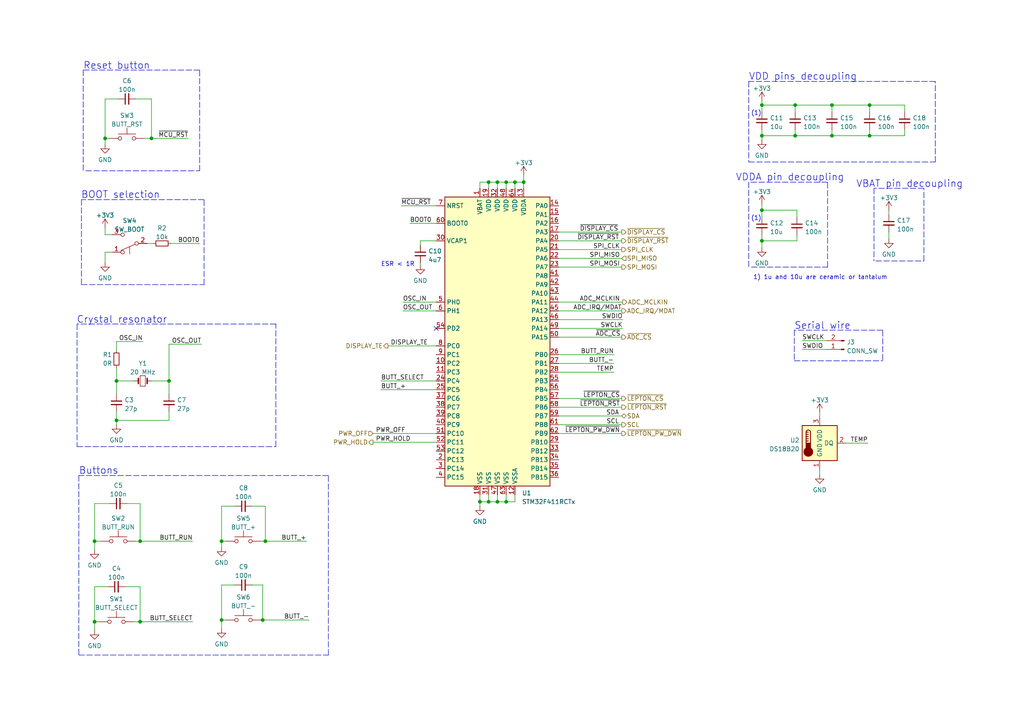
<source format=kicad_sch>
(kicad_sch (version 20211123) (generator eeschema)

  (uuid b6ac6e91-5c80-4232-9f3d-d297f59f7380)

  (paper "A4")

  (title_block
    (title "MCU_STM32")
    (date "2023-04-09")
    (company "David Reinštein")
  )

  (lib_symbols
    (symbol "Connector:Conn_01x02_Male" (pin_names (offset 1.016) hide) (in_bom yes) (on_board yes)
      (property "Reference" "J" (id 0) (at 0 2.54 0)
        (effects (font (size 1.27 1.27)))
      )
      (property "Value" "Conn_01x02_Male" (id 1) (at 0 -5.08 0)
        (effects (font (size 1.27 1.27)))
      )
      (property "Footprint" "" (id 2) (at 0 0 0)
        (effects (font (size 1.27 1.27)) hide)
      )
      (property "Datasheet" "~" (id 3) (at 0 0 0)
        (effects (font (size 1.27 1.27)) hide)
      )
      (property "ki_keywords" "connector" (id 4) (at 0 0 0)
        (effects (font (size 1.27 1.27)) hide)
      )
      (property "ki_description" "Generic connector, single row, 01x02, script generated (kicad-library-utils/schlib/autogen/connector/)" (id 5) (at 0 0 0)
        (effects (font (size 1.27 1.27)) hide)
      )
      (property "ki_fp_filters" "Connector*:*_1x??_*" (id 6) (at 0 0 0)
        (effects (font (size 1.27 1.27)) hide)
      )
      (symbol "Conn_01x02_Male_1_1"
        (polyline
          (pts
            (xy 1.27 -2.54)
            (xy 0.8636 -2.54)
          )
          (stroke (width 0.1524) (type default) (color 0 0 0 0))
          (fill (type none))
        )
        (polyline
          (pts
            (xy 1.27 0)
            (xy 0.8636 0)
          )
          (stroke (width 0.1524) (type default) (color 0 0 0 0))
          (fill (type none))
        )
        (rectangle (start 0.8636 -2.413) (end 0 -2.667)
          (stroke (width 0.1524) (type default) (color 0 0 0 0))
          (fill (type outline))
        )
        (rectangle (start 0.8636 0.127) (end 0 -0.127)
          (stroke (width 0.1524) (type default) (color 0 0 0 0))
          (fill (type outline))
        )
        (pin passive line (at 5.08 0 180) (length 3.81)
          (name "Pin_1" (effects (font (size 1.27 1.27))))
          (number "1" (effects (font (size 1.27 1.27))))
        )
        (pin passive line (at 5.08 -2.54 180) (length 3.81)
          (name "Pin_2" (effects (font (size 1.27 1.27))))
          (number "2" (effects (font (size 1.27 1.27))))
        )
      )
    )
    (symbol "Device:C_Small" (pin_numbers hide) (pin_names (offset 0.254) hide) (in_bom yes) (on_board yes)
      (property "Reference" "C" (id 0) (at 0.254 1.778 0)
        (effects (font (size 1.27 1.27)) (justify left))
      )
      (property "Value" "C_Small" (id 1) (at 0.254 -2.032 0)
        (effects (font (size 1.27 1.27)) (justify left))
      )
      (property "Footprint" "" (id 2) (at 0 0 0)
        (effects (font (size 1.27 1.27)) hide)
      )
      (property "Datasheet" "~" (id 3) (at 0 0 0)
        (effects (font (size 1.27 1.27)) hide)
      )
      (property "ki_keywords" "capacitor cap" (id 4) (at 0 0 0)
        (effects (font (size 1.27 1.27)) hide)
      )
      (property "ki_description" "Unpolarized capacitor, small symbol" (id 5) (at 0 0 0)
        (effects (font (size 1.27 1.27)) hide)
      )
      (property "ki_fp_filters" "C_*" (id 6) (at 0 0 0)
        (effects (font (size 1.27 1.27)) hide)
      )
      (symbol "C_Small_0_1"
        (polyline
          (pts
            (xy -1.524 -0.508)
            (xy 1.524 -0.508)
          )
          (stroke (width 0.3302) (type default) (color 0 0 0 0))
          (fill (type none))
        )
        (polyline
          (pts
            (xy -1.524 0.508)
            (xy 1.524 0.508)
          )
          (stroke (width 0.3048) (type default) (color 0 0 0 0))
          (fill (type none))
        )
      )
      (symbol "C_Small_1_1"
        (pin passive line (at 0 2.54 270) (length 2.032)
          (name "~" (effects (font (size 1.27 1.27))))
          (number "1" (effects (font (size 1.27 1.27))))
        )
        (pin passive line (at 0 -2.54 90) (length 2.032)
          (name "~" (effects (font (size 1.27 1.27))))
          (number "2" (effects (font (size 1.27 1.27))))
        )
      )
    )
    (symbol "Device:Crystal_Small" (pin_numbers hide) (pin_names (offset 1.016) hide) (in_bom yes) (on_board yes)
      (property "Reference" "Y" (id 0) (at 0 2.54 0)
        (effects (font (size 1.27 1.27)))
      )
      (property "Value" "Crystal_Small" (id 1) (at 0 -2.54 0)
        (effects (font (size 1.27 1.27)))
      )
      (property "Footprint" "" (id 2) (at 0 0 0)
        (effects (font (size 1.27 1.27)) hide)
      )
      (property "Datasheet" "~" (id 3) (at 0 0 0)
        (effects (font (size 1.27 1.27)) hide)
      )
      (property "ki_keywords" "quartz ceramic resonator oscillator" (id 4) (at 0 0 0)
        (effects (font (size 1.27 1.27)) hide)
      )
      (property "ki_description" "Two pin crystal, small symbol" (id 5) (at 0 0 0)
        (effects (font (size 1.27 1.27)) hide)
      )
      (property "ki_fp_filters" "Crystal*" (id 6) (at 0 0 0)
        (effects (font (size 1.27 1.27)) hide)
      )
      (symbol "Crystal_Small_0_1"
        (rectangle (start -0.762 -1.524) (end 0.762 1.524)
          (stroke (width 0) (type default) (color 0 0 0 0))
          (fill (type none))
        )
        (polyline
          (pts
            (xy -1.27 -0.762)
            (xy -1.27 0.762)
          )
          (stroke (width 0.381) (type default) (color 0 0 0 0))
          (fill (type none))
        )
        (polyline
          (pts
            (xy 1.27 -0.762)
            (xy 1.27 0.762)
          )
          (stroke (width 0.381) (type default) (color 0 0 0 0))
          (fill (type none))
        )
      )
      (symbol "Crystal_Small_1_1"
        (pin passive line (at -2.54 0 0) (length 1.27)
          (name "1" (effects (font (size 1.27 1.27))))
          (number "1" (effects (font (size 1.27 1.27))))
        )
        (pin passive line (at 2.54 0 180) (length 1.27)
          (name "2" (effects (font (size 1.27 1.27))))
          (number "2" (effects (font (size 1.27 1.27))))
        )
      )
    )
    (symbol "Device:R_Small" (pin_numbers hide) (pin_names (offset 0.254) hide) (in_bom yes) (on_board yes)
      (property "Reference" "R" (id 0) (at 0.762 0.508 0)
        (effects (font (size 1.27 1.27)) (justify left))
      )
      (property "Value" "R_Small" (id 1) (at 0.762 -1.016 0)
        (effects (font (size 1.27 1.27)) (justify left))
      )
      (property "Footprint" "" (id 2) (at 0 0 0)
        (effects (font (size 1.27 1.27)) hide)
      )
      (property "Datasheet" "~" (id 3) (at 0 0 0)
        (effects (font (size 1.27 1.27)) hide)
      )
      (property "ki_keywords" "R resistor" (id 4) (at 0 0 0)
        (effects (font (size 1.27 1.27)) hide)
      )
      (property "ki_description" "Resistor, small symbol" (id 5) (at 0 0 0)
        (effects (font (size 1.27 1.27)) hide)
      )
      (property "ki_fp_filters" "R_*" (id 6) (at 0 0 0)
        (effects (font (size 1.27 1.27)) hide)
      )
      (symbol "R_Small_0_1"
        (rectangle (start -0.762 1.778) (end 0.762 -1.778)
          (stroke (width 0.2032) (type default) (color 0 0 0 0))
          (fill (type none))
        )
      )
      (symbol "R_Small_1_1"
        (pin passive line (at 0 2.54 270) (length 0.762)
          (name "~" (effects (font (size 1.27 1.27))))
          (number "1" (effects (font (size 1.27 1.27))))
        )
        (pin passive line (at 0 -2.54 90) (length 0.762)
          (name "~" (effects (font (size 1.27 1.27))))
          (number "2" (effects (font (size 1.27 1.27))))
        )
      )
    )
    (symbol "MCU_ST_STM32F4:STM32F411RCTx" (in_bom yes) (on_board yes)
      (property "Reference" "U" (id 0) (at -15.24 41.91 0)
        (effects (font (size 1.27 1.27)) (justify left))
      )
      (property "Value" "STM32F411RCTx" (id 1) (at 10.16 41.91 0)
        (effects (font (size 1.27 1.27)) (justify left))
      )
      (property "Footprint" "Package_QFP:LQFP-64_10x10mm_P0.5mm" (id 2) (at -15.24 -43.18 0)
        (effects (font (size 1.27 1.27)) (justify right) hide)
      )
      (property "Datasheet" "http://www.st.com/st-web-ui/static/active/en/resource/technical/document/datasheet/DM00115249.pdf" (id 3) (at 0 0 0)
        (effects (font (size 1.27 1.27)) hide)
      )
      (property "ki_keywords" "ARM Cortex-M4 STM32F4 STM32F411" (id 4) (at 0 0 0)
        (effects (font (size 1.27 1.27)) hide)
      )
      (property "ki_description" "ARM Cortex-M4 MCU, 256KB flash, 128KB RAM, 100MHz, 1.7-3.6V, 50 GPIO, LQFP-64" (id 5) (at 0 0 0)
        (effects (font (size 1.27 1.27)) hide)
      )
      (property "ki_fp_filters" "LQFP*10x10mm*P0.5mm*" (id 6) (at 0 0 0)
        (effects (font (size 1.27 1.27)) hide)
      )
      (symbol "STM32F411RCTx_0_1"
        (rectangle (start -15.24 -43.18) (end 15.24 40.64)
          (stroke (width 0.254) (type default) (color 0 0 0 0))
          (fill (type background))
        )
      )
      (symbol "STM32F411RCTx_1_1"
        (pin power_in line (at -5.08 43.18 270) (length 2.54)
          (name "VBAT" (effects (font (size 1.27 1.27))))
          (number "1" (effects (font (size 1.27 1.27))))
        )
        (pin bidirectional line (at -17.78 -7.62 0) (length 2.54)
          (name "PC2" (effects (font (size 1.27 1.27))))
          (number "10" (effects (font (size 1.27 1.27))))
        )
        (pin bidirectional line (at -17.78 -10.16 0) (length 2.54)
          (name "PC3" (effects (font (size 1.27 1.27))))
          (number "11" (effects (font (size 1.27 1.27))))
        )
        (pin power_in line (at 5.08 -45.72 90) (length 2.54)
          (name "VSSA" (effects (font (size 1.27 1.27))))
          (number "12" (effects (font (size 1.27 1.27))))
        )
        (pin power_in line (at 7.62 43.18 270) (length 2.54)
          (name "VDDA" (effects (font (size 1.27 1.27))))
          (number "13" (effects (font (size 1.27 1.27))))
        )
        (pin bidirectional line (at 17.78 38.1 180) (length 2.54)
          (name "PA0" (effects (font (size 1.27 1.27))))
          (number "14" (effects (font (size 1.27 1.27))))
        )
        (pin bidirectional line (at 17.78 35.56 180) (length 2.54)
          (name "PA1" (effects (font (size 1.27 1.27))))
          (number "15" (effects (font (size 1.27 1.27))))
        )
        (pin bidirectional line (at 17.78 33.02 180) (length 2.54)
          (name "PA2" (effects (font (size 1.27 1.27))))
          (number "16" (effects (font (size 1.27 1.27))))
        )
        (pin bidirectional line (at 17.78 30.48 180) (length 2.54)
          (name "PA3" (effects (font (size 1.27 1.27))))
          (number "17" (effects (font (size 1.27 1.27))))
        )
        (pin power_in line (at -5.08 -45.72 90) (length 2.54)
          (name "VSS" (effects (font (size 1.27 1.27))))
          (number "18" (effects (font (size 1.27 1.27))))
        )
        (pin power_in line (at -2.54 43.18 270) (length 2.54)
          (name "VDD" (effects (font (size 1.27 1.27))))
          (number "19" (effects (font (size 1.27 1.27))))
        )
        (pin bidirectional line (at -17.78 -35.56 0) (length 2.54)
          (name "PC13" (effects (font (size 1.27 1.27))))
          (number "2" (effects (font (size 1.27 1.27))))
        )
        (pin bidirectional line (at 17.78 27.94 180) (length 2.54)
          (name "PA4" (effects (font (size 1.27 1.27))))
          (number "20" (effects (font (size 1.27 1.27))))
        )
        (pin bidirectional line (at 17.78 25.4 180) (length 2.54)
          (name "PA5" (effects (font (size 1.27 1.27))))
          (number "21" (effects (font (size 1.27 1.27))))
        )
        (pin bidirectional line (at 17.78 22.86 180) (length 2.54)
          (name "PA6" (effects (font (size 1.27 1.27))))
          (number "22" (effects (font (size 1.27 1.27))))
        )
        (pin bidirectional line (at 17.78 20.32 180) (length 2.54)
          (name "PA7" (effects (font (size 1.27 1.27))))
          (number "23" (effects (font (size 1.27 1.27))))
        )
        (pin bidirectional line (at -17.78 -12.7 0) (length 2.54)
          (name "PC4" (effects (font (size 1.27 1.27))))
          (number "24" (effects (font (size 1.27 1.27))))
        )
        (pin bidirectional line (at -17.78 -15.24 0) (length 2.54)
          (name "PC5" (effects (font (size 1.27 1.27))))
          (number "25" (effects (font (size 1.27 1.27))))
        )
        (pin bidirectional line (at 17.78 -5.08 180) (length 2.54)
          (name "PB0" (effects (font (size 1.27 1.27))))
          (number "26" (effects (font (size 1.27 1.27))))
        )
        (pin bidirectional line (at 17.78 -7.62 180) (length 2.54)
          (name "PB1" (effects (font (size 1.27 1.27))))
          (number "27" (effects (font (size 1.27 1.27))))
        )
        (pin bidirectional line (at 17.78 -10.16 180) (length 2.54)
          (name "PB2" (effects (font (size 1.27 1.27))))
          (number "28" (effects (font (size 1.27 1.27))))
        )
        (pin bidirectional line (at 17.78 -30.48 180) (length 2.54)
          (name "PB10" (effects (font (size 1.27 1.27))))
          (number "29" (effects (font (size 1.27 1.27))))
        )
        (pin bidirectional line (at -17.78 -38.1 0) (length 2.54)
          (name "PC14" (effects (font (size 1.27 1.27))))
          (number "3" (effects (font (size 1.27 1.27))))
        )
        (pin power_in line (at -17.78 27.94 0) (length 2.54)
          (name "VCAP1" (effects (font (size 1.27 1.27))))
          (number "30" (effects (font (size 1.27 1.27))))
        )
        (pin power_in line (at -2.54 -45.72 90) (length 2.54)
          (name "VSS" (effects (font (size 1.27 1.27))))
          (number "31" (effects (font (size 1.27 1.27))))
        )
        (pin power_in line (at 0 43.18 270) (length 2.54)
          (name "VDD" (effects (font (size 1.27 1.27))))
          (number "32" (effects (font (size 1.27 1.27))))
        )
        (pin bidirectional line (at 17.78 -33.02 180) (length 2.54)
          (name "PB12" (effects (font (size 1.27 1.27))))
          (number "33" (effects (font (size 1.27 1.27))))
        )
        (pin bidirectional line (at 17.78 -35.56 180) (length 2.54)
          (name "PB13" (effects (font (size 1.27 1.27))))
          (number "34" (effects (font (size 1.27 1.27))))
        )
        (pin bidirectional line (at 17.78 -38.1 180) (length 2.54)
          (name "PB14" (effects (font (size 1.27 1.27))))
          (number "35" (effects (font (size 1.27 1.27))))
        )
        (pin bidirectional line (at 17.78 -40.64 180) (length 2.54)
          (name "PB15" (effects (font (size 1.27 1.27))))
          (number "36" (effects (font (size 1.27 1.27))))
        )
        (pin bidirectional line (at -17.78 -17.78 0) (length 2.54)
          (name "PC6" (effects (font (size 1.27 1.27))))
          (number "37" (effects (font (size 1.27 1.27))))
        )
        (pin bidirectional line (at -17.78 -20.32 0) (length 2.54)
          (name "PC7" (effects (font (size 1.27 1.27))))
          (number "38" (effects (font (size 1.27 1.27))))
        )
        (pin bidirectional line (at -17.78 -22.86 0) (length 2.54)
          (name "PC8" (effects (font (size 1.27 1.27))))
          (number "39" (effects (font (size 1.27 1.27))))
        )
        (pin bidirectional line (at -17.78 -40.64 0) (length 2.54)
          (name "PC15" (effects (font (size 1.27 1.27))))
          (number "4" (effects (font (size 1.27 1.27))))
        )
        (pin bidirectional line (at -17.78 -25.4 0) (length 2.54)
          (name "PC9" (effects (font (size 1.27 1.27))))
          (number "40" (effects (font (size 1.27 1.27))))
        )
        (pin bidirectional line (at 17.78 17.78 180) (length 2.54)
          (name "PA8" (effects (font (size 1.27 1.27))))
          (number "41" (effects (font (size 1.27 1.27))))
        )
        (pin bidirectional line (at 17.78 15.24 180) (length 2.54)
          (name "PA9" (effects (font (size 1.27 1.27))))
          (number "42" (effects (font (size 1.27 1.27))))
        )
        (pin bidirectional line (at 17.78 12.7 180) (length 2.54)
          (name "PA10" (effects (font (size 1.27 1.27))))
          (number "43" (effects (font (size 1.27 1.27))))
        )
        (pin bidirectional line (at 17.78 10.16 180) (length 2.54)
          (name "PA11" (effects (font (size 1.27 1.27))))
          (number "44" (effects (font (size 1.27 1.27))))
        )
        (pin bidirectional line (at 17.78 7.62 180) (length 2.54)
          (name "PA12" (effects (font (size 1.27 1.27))))
          (number "45" (effects (font (size 1.27 1.27))))
        )
        (pin bidirectional line (at 17.78 5.08 180) (length 2.54)
          (name "PA13" (effects (font (size 1.27 1.27))))
          (number "46" (effects (font (size 1.27 1.27))))
        )
        (pin power_in line (at 0 -45.72 90) (length 2.54)
          (name "VSS" (effects (font (size 1.27 1.27))))
          (number "47" (effects (font (size 1.27 1.27))))
        )
        (pin power_in line (at 2.54 43.18 270) (length 2.54)
          (name "VDD" (effects (font (size 1.27 1.27))))
          (number "48" (effects (font (size 1.27 1.27))))
        )
        (pin bidirectional line (at 17.78 2.54 180) (length 2.54)
          (name "PA14" (effects (font (size 1.27 1.27))))
          (number "49" (effects (font (size 1.27 1.27))))
        )
        (pin input line (at -17.78 10.16 0) (length 2.54)
          (name "PH0" (effects (font (size 1.27 1.27))))
          (number "5" (effects (font (size 1.27 1.27))))
        )
        (pin bidirectional line (at 17.78 0 180) (length 2.54)
          (name "PA15" (effects (font (size 1.27 1.27))))
          (number "50" (effects (font (size 1.27 1.27))))
        )
        (pin bidirectional line (at -17.78 -27.94 0) (length 2.54)
          (name "PC10" (effects (font (size 1.27 1.27))))
          (number "51" (effects (font (size 1.27 1.27))))
        )
        (pin bidirectional line (at -17.78 -30.48 0) (length 2.54)
          (name "PC11" (effects (font (size 1.27 1.27))))
          (number "52" (effects (font (size 1.27 1.27))))
        )
        (pin bidirectional line (at -17.78 -33.02 0) (length 2.54)
          (name "PC12" (effects (font (size 1.27 1.27))))
          (number "53" (effects (font (size 1.27 1.27))))
        )
        (pin bidirectional line (at -17.78 2.54 0) (length 2.54)
          (name "PD2" (effects (font (size 1.27 1.27))))
          (number "54" (effects (font (size 1.27 1.27))))
        )
        (pin bidirectional line (at 17.78 -12.7 180) (length 2.54)
          (name "PB3" (effects (font (size 1.27 1.27))))
          (number "55" (effects (font (size 1.27 1.27))))
        )
        (pin bidirectional line (at 17.78 -15.24 180) (length 2.54)
          (name "PB4" (effects (font (size 1.27 1.27))))
          (number "56" (effects (font (size 1.27 1.27))))
        )
        (pin bidirectional line (at 17.78 -17.78 180) (length 2.54)
          (name "PB5" (effects (font (size 1.27 1.27))))
          (number "57" (effects (font (size 1.27 1.27))))
        )
        (pin bidirectional line (at 17.78 -20.32 180) (length 2.54)
          (name "PB6" (effects (font (size 1.27 1.27))))
          (number "58" (effects (font (size 1.27 1.27))))
        )
        (pin bidirectional line (at 17.78 -22.86 180) (length 2.54)
          (name "PB7" (effects (font (size 1.27 1.27))))
          (number "59" (effects (font (size 1.27 1.27))))
        )
        (pin input line (at -17.78 7.62 0) (length 2.54)
          (name "PH1" (effects (font (size 1.27 1.27))))
          (number "6" (effects (font (size 1.27 1.27))))
        )
        (pin input line (at -17.78 33.02 0) (length 2.54)
          (name "BOOT0" (effects (font (size 1.27 1.27))))
          (number "60" (effects (font (size 1.27 1.27))))
        )
        (pin bidirectional line (at 17.78 -25.4 180) (length 2.54)
          (name "PB8" (effects (font (size 1.27 1.27))))
          (number "61" (effects (font (size 1.27 1.27))))
        )
        (pin bidirectional line (at 17.78 -27.94 180) (length 2.54)
          (name "PB9" (effects (font (size 1.27 1.27))))
          (number "62" (effects (font (size 1.27 1.27))))
        )
        (pin power_in line (at 2.54 -45.72 90) (length 2.54)
          (name "VSS" (effects (font (size 1.27 1.27))))
          (number "63" (effects (font (size 1.27 1.27))))
        )
        (pin power_in line (at 5.08 43.18 270) (length 2.54)
          (name "VDD" (effects (font (size 1.27 1.27))))
          (number "64" (effects (font (size 1.27 1.27))))
        )
        (pin input line (at -17.78 38.1 0) (length 2.54)
          (name "NRST" (effects (font (size 1.27 1.27))))
          (number "7" (effects (font (size 1.27 1.27))))
        )
        (pin bidirectional line (at -17.78 -2.54 0) (length 2.54)
          (name "PC0" (effects (font (size 1.27 1.27))))
          (number "8" (effects (font (size 1.27 1.27))))
        )
        (pin bidirectional line (at -17.78 -5.08 0) (length 2.54)
          (name "PC1" (effects (font (size 1.27 1.27))))
          (number "9" (effects (font (size 1.27 1.27))))
        )
      )
    )
    (symbol "Sensor_Temperature:DS18B20" (pin_names (offset 1.016)) (in_bom yes) (on_board yes)
      (property "Reference" "U" (id 0) (at -3.81 6.35 0)
        (effects (font (size 1.27 1.27)))
      )
      (property "Value" "DS18B20" (id 1) (at 6.35 6.35 0)
        (effects (font (size 1.27 1.27)))
      )
      (property "Footprint" "Package_TO_SOT_THT:TO-92_Inline" (id 2) (at -25.4 -6.35 0)
        (effects (font (size 1.27 1.27)) hide)
      )
      (property "Datasheet" "http://datasheets.maximintegrated.com/en/ds/DS18B20.pdf" (id 3) (at -3.81 6.35 0)
        (effects (font (size 1.27 1.27)) hide)
      )
      (property "ki_keywords" "OneWire 1Wire Dallas Maxim" (id 4) (at 0 0 0)
        (effects (font (size 1.27 1.27)) hide)
      )
      (property "ki_description" "Programmable Resolution 1-Wire Digital Thermometer TO-92" (id 5) (at 0 0 0)
        (effects (font (size 1.27 1.27)) hide)
      )
      (property "ki_fp_filters" "TO*92*" (id 6) (at 0 0 0)
        (effects (font (size 1.27 1.27)) hide)
      )
      (symbol "DS18B20_0_1"
        (rectangle (start -5.08 5.08) (end 5.08 -5.08)
          (stroke (width 0.254) (type default) (color 0 0 0 0))
          (fill (type background))
        )
        (circle (center -3.302 -2.54) (radius 1.27)
          (stroke (width 0.254) (type default) (color 0 0 0 0))
          (fill (type outline))
        )
        (rectangle (start -2.667 -1.905) (end -3.937 0)
          (stroke (width 0.254) (type default) (color 0 0 0 0))
          (fill (type outline))
        )
        (arc (start -2.667 3.175) (mid -3.302 3.81) (end -3.937 3.175)
          (stroke (width 0.254) (type default) (color 0 0 0 0))
          (fill (type none))
        )
        (polyline
          (pts
            (xy -3.937 0.635)
            (xy -3.302 0.635)
          )
          (stroke (width 0.254) (type default) (color 0 0 0 0))
          (fill (type none))
        )
        (polyline
          (pts
            (xy -3.937 1.27)
            (xy -3.302 1.27)
          )
          (stroke (width 0.254) (type default) (color 0 0 0 0))
          (fill (type none))
        )
        (polyline
          (pts
            (xy -3.937 1.905)
            (xy -3.302 1.905)
          )
          (stroke (width 0.254) (type default) (color 0 0 0 0))
          (fill (type none))
        )
        (polyline
          (pts
            (xy -3.937 2.54)
            (xy -3.302 2.54)
          )
          (stroke (width 0.254) (type default) (color 0 0 0 0))
          (fill (type none))
        )
        (polyline
          (pts
            (xy -3.937 3.175)
            (xy -3.937 0)
          )
          (stroke (width 0.254) (type default) (color 0 0 0 0))
          (fill (type none))
        )
        (polyline
          (pts
            (xy -3.937 3.175)
            (xy -3.302 3.175)
          )
          (stroke (width 0.254) (type default) (color 0 0 0 0))
          (fill (type none))
        )
        (polyline
          (pts
            (xy -2.667 3.175)
            (xy -2.667 0)
          )
          (stroke (width 0.254) (type default) (color 0 0 0 0))
          (fill (type none))
        )
      )
      (symbol "DS18B20_1_1"
        (pin power_in line (at 0 -7.62 90) (length 2.54)
          (name "GND" (effects (font (size 1.27 1.27))))
          (number "1" (effects (font (size 1.27 1.27))))
        )
        (pin bidirectional line (at 7.62 0 180) (length 2.54)
          (name "DQ" (effects (font (size 1.27 1.27))))
          (number "2" (effects (font (size 1.27 1.27))))
        )
        (pin power_in line (at 0 7.62 270) (length 2.54)
          (name "VDD" (effects (font (size 1.27 1.27))))
          (number "3" (effects (font (size 1.27 1.27))))
        )
      )
    )
    (symbol "Switch:SW_Push" (pin_numbers hide) (pin_names (offset 1.016) hide) (in_bom yes) (on_board yes)
      (property "Reference" "SW" (id 0) (at 1.27 2.54 0)
        (effects (font (size 1.27 1.27)) (justify left))
      )
      (property "Value" "SW_Push" (id 1) (at 0 -1.524 0)
        (effects (font (size 1.27 1.27)))
      )
      (property "Footprint" "" (id 2) (at 0 5.08 0)
        (effects (font (size 1.27 1.27)) hide)
      )
      (property "Datasheet" "~" (id 3) (at 0 5.08 0)
        (effects (font (size 1.27 1.27)) hide)
      )
      (property "ki_keywords" "switch normally-open pushbutton push-button" (id 4) (at 0 0 0)
        (effects (font (size 1.27 1.27)) hide)
      )
      (property "ki_description" "Push button switch, generic, two pins" (id 5) (at 0 0 0)
        (effects (font (size 1.27 1.27)) hide)
      )
      (symbol "SW_Push_0_1"
        (circle (center -2.032 0) (radius 0.508)
          (stroke (width 0) (type default) (color 0 0 0 0))
          (fill (type none))
        )
        (polyline
          (pts
            (xy 0 1.27)
            (xy 0 3.048)
          )
          (stroke (width 0) (type default) (color 0 0 0 0))
          (fill (type none))
        )
        (polyline
          (pts
            (xy 2.54 1.27)
            (xy -2.54 1.27)
          )
          (stroke (width 0) (type default) (color 0 0 0 0))
          (fill (type none))
        )
        (circle (center 2.032 0) (radius 0.508)
          (stroke (width 0) (type default) (color 0 0 0 0))
          (fill (type none))
        )
        (pin passive line (at -5.08 0 0) (length 2.54)
          (name "1" (effects (font (size 1.27 1.27))))
          (number "1" (effects (font (size 1.27 1.27))))
        )
        (pin passive line (at 5.08 0 180) (length 2.54)
          (name "2" (effects (font (size 1.27 1.27))))
          (number "2" (effects (font (size 1.27 1.27))))
        )
      )
    )
    (symbol "Switch:SW_Push_SPDT" (pin_names (offset 0) hide) (in_bom yes) (on_board yes)
      (property "Reference" "SW" (id 0) (at 0 4.318 0)
        (effects (font (size 1.27 1.27)))
      )
      (property "Value" "SW_Push_SPDT" (id 1) (at 0 -5.08 0)
        (effects (font (size 1.27 1.27)))
      )
      (property "Footprint" "" (id 2) (at 0 0 0)
        (effects (font (size 1.27 1.27)) hide)
      )
      (property "Datasheet" "~" (id 3) (at 0 0 0)
        (effects (font (size 1.27 1.27)) hide)
      )
      (property "ki_keywords" "switch single-pole double-throw spdt ON-ON" (id 4) (at 0 0 0)
        (effects (font (size 1.27 1.27)) hide)
      )
      (property "ki_description" "Momentary Switch, single pole double throw" (id 5) (at 0 0 0)
        (effects (font (size 1.27 1.27)) hide)
      )
      (symbol "SW_Push_SPDT_0_0"
        (circle (center -2.032 0) (radius 0.508)
          (stroke (width 0) (type default) (color 0 0 0 0))
          (fill (type none))
        )
        (polyline
          (pts
            (xy 0 1.016)
            (xy 0 3.048)
          )
          (stroke (width 0) (type default) (color 0 0 0 0))
          (fill (type none))
        )
        (circle (center 2.032 -2.54) (radius 0.508)
          (stroke (width 0) (type default) (color 0 0 0 0))
          (fill (type none))
        )
      )
      (symbol "SW_Push_SPDT_0_1"
        (polyline
          (pts
            (xy -1.524 0.254)
            (xy 2.54 2.032)
          )
          (stroke (width 0) (type default) (color 0 0 0 0))
          (fill (type none))
        )
        (circle (center 2.032 2.54) (radius 0.508)
          (stroke (width 0) (type default) (color 0 0 0 0))
          (fill (type none))
        )
      )
      (symbol "SW_Push_SPDT_1_1"
        (pin passive line (at 5.08 2.54 180) (length 2.54)
          (name "A" (effects (font (size 1.27 1.27))))
          (number "1" (effects (font (size 1.27 1.27))))
        )
        (pin passive line (at -5.08 0 0) (length 2.54)
          (name "B" (effects (font (size 1.27 1.27))))
          (number "2" (effects (font (size 1.27 1.27))))
        )
        (pin passive line (at 5.08 -2.54 180) (length 2.54)
          (name "C" (effects (font (size 1.27 1.27))))
          (number "3" (effects (font (size 1.27 1.27))))
        )
      )
    )
    (symbol "power:+3V3" (power) (pin_names (offset 0)) (in_bom yes) (on_board yes)
      (property "Reference" "#PWR" (id 0) (at 0 -3.81 0)
        (effects (font (size 1.27 1.27)) hide)
      )
      (property "Value" "+3V3" (id 1) (at 0 3.556 0)
        (effects (font (size 1.27 1.27)))
      )
      (property "Footprint" "" (id 2) (at 0 0 0)
        (effects (font (size 1.27 1.27)) hide)
      )
      (property "Datasheet" "" (id 3) (at 0 0 0)
        (effects (font (size 1.27 1.27)) hide)
      )
      (property "ki_keywords" "power-flag" (id 4) (at 0 0 0)
        (effects (font (size 1.27 1.27)) hide)
      )
      (property "ki_description" "Power symbol creates a global label with name \"+3V3\"" (id 5) (at 0 0 0)
        (effects (font (size 1.27 1.27)) hide)
      )
      (symbol "+3V3_0_1"
        (polyline
          (pts
            (xy -0.762 1.27)
            (xy 0 2.54)
          )
          (stroke (width 0) (type default) (color 0 0 0 0))
          (fill (type none))
        )
        (polyline
          (pts
            (xy 0 0)
            (xy 0 2.54)
          )
          (stroke (width 0) (type default) (color 0 0 0 0))
          (fill (type none))
        )
        (polyline
          (pts
            (xy 0 2.54)
            (xy 0.762 1.27)
          )
          (stroke (width 0) (type default) (color 0 0 0 0))
          (fill (type none))
        )
      )
      (symbol "+3V3_1_1"
        (pin power_in line (at 0 0 90) (length 0) hide
          (name "+3V3" (effects (font (size 1.27 1.27))))
          (number "1" (effects (font (size 1.27 1.27))))
        )
      )
    )
    (symbol "power:GND" (power) (pin_names (offset 0)) (in_bom yes) (on_board yes)
      (property "Reference" "#PWR" (id 0) (at 0 -6.35 0)
        (effects (font (size 1.27 1.27)) hide)
      )
      (property "Value" "GND" (id 1) (at 0 -3.81 0)
        (effects (font (size 1.27 1.27)))
      )
      (property "Footprint" "" (id 2) (at 0 0 0)
        (effects (font (size 1.27 1.27)) hide)
      )
      (property "Datasheet" "" (id 3) (at 0 0 0)
        (effects (font (size 1.27 1.27)) hide)
      )
      (property "ki_keywords" "power-flag" (id 4) (at 0 0 0)
        (effects (font (size 1.27 1.27)) hide)
      )
      (property "ki_description" "Power symbol creates a global label with name \"GND\" , ground" (id 5) (at 0 0 0)
        (effects (font (size 1.27 1.27)) hide)
      )
      (symbol "GND_0_1"
        (polyline
          (pts
            (xy 0 0)
            (xy 0 -1.27)
            (xy 1.27 -1.27)
            (xy 0 -2.54)
            (xy -1.27 -1.27)
            (xy 0 -1.27)
          )
          (stroke (width 0) (type default) (color 0 0 0 0))
          (fill (type none))
        )
      )
      (symbol "GND_1_1"
        (pin power_in line (at 0 0 270) (length 0) hide
          (name "GND" (effects (font (size 1.27 1.27))))
          (number "1" (effects (font (size 1.27 1.27))))
        )
      )
    )
  )


  (junction (at 49.022 110.49) (diameter 0) (color 0 0 0 0)
    (uuid 0deb0a5c-6f64-4d60-977c-4c77cb99bcda)
  )
  (junction (at 139.192 145.542) (diameter 0) (color 0 0 0 0)
    (uuid 15f7d6b0-3be6-4593-b28c-89a341405775)
  )
  (junction (at 144.272 145.542) (diameter 0) (color 0 0 0 0)
    (uuid 1e303e17-4512-4fdb-94e6-4d12f29c0542)
  )
  (junction (at 230.632 39.37) (diameter 0) (color 0 0 0 0)
    (uuid 22c12f71-867c-4ebc-bf6f-c8e1f741a264)
  )
  (junction (at 220.98 69.85) (diameter 0) (color 0 0 0 0)
    (uuid 2db8ec20-7ed1-4ae5-ae80-fb04f8f135a3)
  )
  (junction (at 40.64 156.972) (diameter 0) (color 0 0 0 0)
    (uuid 2dbc8d5f-eca9-4f69-bc78-f2228fd11380)
  )
  (junction (at 33.782 121.92) (diameter 0) (color 0 0 0 0)
    (uuid 2dcfc6ff-8197-472f-b3d4-3c07bc829d36)
  )
  (junction (at 144.272 52.832) (diameter 0) (color 0 0 0 0)
    (uuid 31d6292f-6a13-4e7c-807c-4ebb0d15f28a)
  )
  (junction (at 149.352 52.832) (diameter 0) (color 0 0 0 0)
    (uuid 353fd45c-9e99-4af8-8641-e388352f3486)
  )
  (junction (at 230.632 30.48) (diameter 0) (color 0 0 0 0)
    (uuid 358ef2c1-d2f2-4aaf-a43f-255f588f69dd)
  )
  (junction (at 146.812 52.832) (diameter 0) (color 0 0 0 0)
    (uuid 43473f70-5fb3-4fcd-ac15-53e48604a8d8)
  )
  (junction (at 151.892 52.832) (diameter 0) (color 0 0 0 0)
    (uuid 4d3ea973-e43a-42fd-8c19-b8d9a71d1a54)
  )
  (junction (at 27.432 156.972) (diameter 0) (color 0 0 0 0)
    (uuid 4da26d84-7df1-4c52-b492-de814d8e3bc4)
  )
  (junction (at 33.782 110.49) (diameter 0) (color 0 0 0 0)
    (uuid 4f8024d0-cdc4-4e89-b478-efa1ef8a18d0)
  )
  (junction (at 43.942 40.132) (diameter 0) (color 0 0 0 0)
    (uuid 50778a54-c0e9-4cbf-960b-e5704169379f)
  )
  (junction (at 146.812 145.542) (diameter 0) (color 0 0 0 0)
    (uuid 5d59d9db-5d2e-4fbb-a1ec-e57ed05420c1)
  )
  (junction (at 220.98 30.48) (diameter 0) (color 0 0 0 0)
    (uuid 5dd7e6dc-7307-4e93-8e5d-4c14d80b1b05)
  )
  (junction (at 76.2 179.832) (diameter 0) (color 0 0 0 0)
    (uuid 65fff04d-58b9-4b8c-b90b-804510e1d065)
  )
  (junction (at 27.432 180.34) (diameter 0) (color 0 0 0 0)
    (uuid 6c8ec578-e827-471e-93df-c3f44a5357e6)
  )
  (junction (at 220.98 39.37) (diameter 0) (color 0 0 0 0)
    (uuid 8b1b553b-7687-4515-920e-8c1ae151ad6d)
  )
  (junction (at 30.48 40.132) (diameter 0) (color 0 0 0 0)
    (uuid 93e537c8-6e96-41b1-8ad0-907c7fb306eb)
  )
  (junction (at 64.262 179.832) (diameter 0) (color 0 0 0 0)
    (uuid 9ea015c4-7c4a-4c5a-b1bf-07975b51650c)
  )
  (junction (at 241.3 39.37) (diameter 0) (color 0 0 0 0)
    (uuid a022eb74-1272-48c3-8e4d-8983f6d1ac58)
  )
  (junction (at 40.64 180.34) (diameter 0) (color 0 0 0 0)
    (uuid a8a76c52-0e28-4bb5-aa06-d524539e45f9)
  )
  (junction (at 141.732 145.542) (diameter 0) (color 0 0 0 0)
    (uuid b40c1d28-9e0d-437c-a7fa-403c0b8a99ce)
  )
  (junction (at 252.222 39.37) (diameter 0) (color 0 0 0 0)
    (uuid ba44b91a-274b-446a-b1c2-252292d5b619)
  )
  (junction (at 64.262 156.972) (diameter 0) (color 0 0 0 0)
    (uuid c179f5db-b242-4de0-b66d-9a79582b4c6c)
  )
  (junction (at 252.222 30.48) (diameter 0) (color 0 0 0 0)
    (uuid ccb86426-6bb9-473d-81fe-2d95607e69cc)
  )
  (junction (at 220.98 60.96) (diameter 0) (color 0 0 0 0)
    (uuid d3fae923-2add-4e56-9aa4-2a6ceb30cfd1)
  )
  (junction (at 141.732 52.832) (diameter 0) (color 0 0 0 0)
    (uuid da201df5-dd3e-440e-9071-8190fbce0d7c)
  )
  (junction (at 76.962 156.972) (diameter 0) (color 0 0 0 0)
    (uuid f201b98a-126a-4f92-9d97-97fcd979dc4f)
  )
  (junction (at 241.3 30.48) (diameter 0) (color 0 0 0 0)
    (uuid f7f45eb8-7f52-408d-a4c7-1dde2b2dae28)
  )

  (no_connect (at 126.492 95.25) (uuid 4a24af87-1896-4f2a-b8d9-9673f6c32f4f))

  (wire (pts (xy 75.692 156.972) (xy 76.962 156.972))
    (stroke (width 0) (type default) (color 0 0 0 0))
    (uuid 03c59d4c-c486-4e62-9fa9-08162632b045)
  )
  (wire (pts (xy 162.052 123.19) (xy 180.34 123.19))
    (stroke (width 0) (type default) (color 0 0 0 0))
    (uuid 04d91bfb-a7a4-4bd7-9064-be1415b8f6f2)
  )
  (wire (pts (xy 162.052 72.39) (xy 180.34 72.39))
    (stroke (width 0) (type default) (color 0 0 0 0))
    (uuid 0686ffe2-4b48-42c9-b60e-43739beeef3d)
  )
  (wire (pts (xy 231.14 60.96) (xy 231.14 62.992))
    (stroke (width 0) (type default) (color 0 0 0 0))
    (uuid 070ed271-5d37-4b1e-8f2c-dd618cd68b8d)
  )
  (wire (pts (xy 151.892 50.8) (xy 151.892 52.832))
    (stroke (width 0) (type default) (color 0 0 0 0))
    (uuid 087e1d1c-a68d-4760-80c2-cfc6ec091fe2)
  )
  (polyline (pts (xy 267.97 54.61) (xy 253.492 54.61))
    (stroke (width 0) (type default) (color 0 0 0 0))
    (uuid 0928ec63-1152-4bf8-87fa-b5a0456ea203)
  )
  (polyline (pts (xy 59.182 82.55) (xy 59.182 57.912))
    (stroke (width 0) (type default) (color 0 0 0 0))
    (uuid 0c161d3c-8db2-442c-a6d2-702924cc3ece)
  )

  (wire (pts (xy 232.664 101.346) (xy 239.776 101.346))
    (stroke (width 0) (type default) (color 0 0 0 0))
    (uuid 124ee9b0-f067-47de-8274-51a9e62c181f)
  )
  (wire (pts (xy 64.262 156.972) (xy 65.532 156.972))
    (stroke (width 0) (type default) (color 0 0 0 0))
    (uuid 12d6edd3-5e37-40b1-ad66-5060a645a8c5)
  )
  (wire (pts (xy 230.632 30.48) (xy 230.632 32.512))
    (stroke (width 0) (type default) (color 0 0 0 0))
    (uuid 135651c7-f485-4055-821e-b9ee57087641)
  )
  (wire (pts (xy 39.37 156.972) (xy 40.64 156.972))
    (stroke (width 0) (type default) (color 0 0 0 0))
    (uuid 1678580c-92d7-4d98-9b64-8e76ae5ba9cb)
  )
  (wire (pts (xy 30.48 73.152) (xy 30.48 76.2))
    (stroke (width 0) (type default) (color 0 0 0 0))
    (uuid 176d3860-f870-47ad-9d1b-8cb1a69a2ad8)
  )
  (wire (pts (xy 151.892 52.832) (xy 149.352 52.832))
    (stroke (width 0) (type default) (color 0 0 0 0))
    (uuid 193ecd95-8641-46cf-bd33-4b74960e2f76)
  )
  (wire (pts (xy 30.48 40.132) (xy 31.75 40.132))
    (stroke (width 0) (type default) (color 0 0 0 0))
    (uuid 1c060892-3c51-4262-a9c8-b9cd961ffb6a)
  )
  (polyline (pts (xy 230.378 104.648) (xy 256.032 104.648))
    (stroke (width 0) (type default) (color 0 0 0 0))
    (uuid 1e7c23eb-79d6-4436-ada7-f27821d515ed)
  )
  (polyline (pts (xy 22.352 93.98) (xy 22.352 129.54))
    (stroke (width 0) (type default) (color 0 0 0 0))
    (uuid 1f271f03-8b9c-4b8f-8213-698e4c3a9acd)
  )

  (wire (pts (xy 139.192 145.542) (xy 139.192 146.812))
    (stroke (width 0) (type default) (color 0 0 0 0))
    (uuid 221c97b8-c30e-4eec-b6fd-f31f2570ff22)
  )
  (wire (pts (xy 151.892 54.61) (xy 151.892 52.832))
    (stroke (width 0) (type default) (color 0 0 0 0))
    (uuid 229cedda-e3ac-4e1e-8fd2-86176472d705)
  )
  (wire (pts (xy 126.492 125.73) (xy 108.204 125.73))
    (stroke (width 0) (type default) (color 0 0 0 0))
    (uuid 22f38588-11c6-42a3-b0ae-0856a0f51bc9)
  )
  (wire (pts (xy 30.48 28.702) (xy 30.48 40.132))
    (stroke (width 0) (type default) (color 0 0 0 0))
    (uuid 252de567-09e3-4116-866f-122b41778cbd)
  )
  (wire (pts (xy 220.98 39.37) (xy 220.98 40.64))
    (stroke (width 0) (type default) (color 0 0 0 0))
    (uuid 25ff794d-a919-4dd6-9ee8-4e44f8d6b269)
  )
  (wire (pts (xy 178.054 102.87) (xy 162.052 102.87))
    (stroke (width 0) (type default) (color 0 0 0 0))
    (uuid 2675552c-d340-46f2-932d-ca45bf324a37)
  )
  (wire (pts (xy 126.492 64.77) (xy 118.872 64.77))
    (stroke (width 0) (type default) (color 0 0 0 0))
    (uuid 280a3597-d29a-4943-a0e7-b917b8b323ae)
  )
  (wire (pts (xy 162.052 107.95) (xy 178.054 107.95))
    (stroke (width 0) (type default) (color 0 0 0 0))
    (uuid 2a65bd1d-76b1-4485-a24e-c03b5f60cb25)
  )
  (polyline (pts (xy 240.03 52.832) (xy 217.17 52.832))
    (stroke (width 0) (type default) (color 0 0 0 0))
    (uuid 2c7b7e89-083c-4767-8d20-f1066d0fca00)
  )

  (wire (pts (xy 180.34 115.57) (xy 162.052 115.57))
    (stroke (width 0) (type default) (color 0 0 0 0))
    (uuid 2e579539-766e-4d97-9ca6-24d49d87f178)
  )
  (wire (pts (xy 116.84 87.63) (xy 126.492 87.63))
    (stroke (width 0) (type default) (color 0 0 0 0))
    (uuid 2e700fd5-1088-4c4f-8f17-c1c3032ef968)
  )
  (polyline (pts (xy 23.622 82.55) (xy 59.182 82.55))
    (stroke (width 0) (type default) (color 0 0 0 0))
    (uuid 2e8c104c-ecb3-417e-ab09-6f90ab625954)
  )
  (polyline (pts (xy 57.912 49.53) (xy 57.912 20.32))
    (stroke (width 0) (type default) (color 0 0 0 0))
    (uuid 2faad6ac-589d-42ff-92a2-6022068e2b0d)
  )

  (wire (pts (xy 162.052 92.71) (xy 180.594 92.71))
    (stroke (width 0) (type default) (color 0 0 0 0))
    (uuid 2fd8cdab-b37c-443d-85b5-36b4acb84721)
  )
  (wire (pts (xy 139.192 54.61) (xy 139.192 52.832))
    (stroke (width 0) (type default) (color 0 0 0 0))
    (uuid 30d82d2a-329c-4a78-b560-c015e88832cd)
  )
  (wire (pts (xy 116.332 59.69) (xy 126.492 59.69))
    (stroke (width 0) (type default) (color 0 0 0 0))
    (uuid 34071afe-2c06-49b7-9046-4d91b01ffbce)
  )
  (wire (pts (xy 141.732 52.832) (xy 141.732 54.61))
    (stroke (width 0) (type default) (color 0 0 0 0))
    (uuid 34caacf7-3731-41f4-91ee-648a2c9e7c53)
  )
  (polyline (pts (xy 95.25 137.922) (xy 22.86 137.922))
    (stroke (width 0) (type default) (color 0 0 0 0))
    (uuid 351f580a-9f4b-4587-b425-75235fe5f63d)
  )

  (wire (pts (xy 141.732 145.542) (xy 139.192 145.542))
    (stroke (width 0) (type default) (color 0 0 0 0))
    (uuid 36edb42a-3e12-405b-baa8-9df296632ff3)
  )
  (polyline (pts (xy 80.01 93.98) (xy 22.352 93.98))
    (stroke (width 0) (type default) (color 0 0 0 0))
    (uuid 37aff4b9-ccd7-40c2-91cd-45716eec198c)
  )

  (wire (pts (xy 27.432 180.34) (xy 27.432 182.88))
    (stroke (width 0) (type default) (color 0 0 0 0))
    (uuid 382725e6-db06-4b02-830b-8365f254f67c)
  )
  (wire (pts (xy 68.072 169.672) (xy 64.262 169.672))
    (stroke (width 0) (type default) (color 0 0 0 0))
    (uuid 388347e4-00c0-46e3-b1d4-41d25fe23864)
  )
  (polyline (pts (xy 22.86 137.922) (xy 22.86 189.992))
    (stroke (width 0) (type default) (color 0 0 0 0))
    (uuid 3ac5a6b5-a421-437a-aa8d-87c9f348d315)
  )

  (wire (pts (xy 49.022 99.822) (xy 49.022 110.49))
    (stroke (width 0) (type default) (color 0 0 0 0))
    (uuid 3c786122-1973-4933-98f4-29aa66e6d441)
  )
  (polyline (pts (xy 217.17 23.622) (xy 217.17 46.99))
    (stroke (width 0) (type default) (color 0 0 0 0))
    (uuid 3f95f67c-755b-4f66-acd3-2f6d197958d4)
  )

  (wire (pts (xy 40.64 170.18) (xy 36.322 170.18))
    (stroke (width 0) (type default) (color 0 0 0 0))
    (uuid 4093a0f0-b7c2-44ab-bbe2-8b93ee2cc09a)
  )
  (polyline (pts (xy 230.378 95.758) (xy 230.378 104.648))
    (stroke (width 0) (type default) (color 0 0 0 0))
    (uuid 436ae962-30c4-4fc1-ac96-f16c80d5f09a)
  )

  (wire (pts (xy 252.222 39.37) (xy 241.3 39.37))
    (stroke (width 0) (type default) (color 0 0 0 0))
    (uuid 4474b326-5b48-475c-9001-9601a176f132)
  )
  (wire (pts (xy 162.052 87.63) (xy 180.594 87.63))
    (stroke (width 0) (type default) (color 0 0 0 0))
    (uuid 46652d32-1d44-47d6-b556-25a692e10666)
  )
  (wire (pts (xy 241.3 30.48) (xy 252.222 30.48))
    (stroke (width 0) (type default) (color 0 0 0 0))
    (uuid 4b1dde92-d9b5-4887-8b79-2abddfe7c09e)
  )
  (wire (pts (xy 40.64 180.34) (xy 40.64 170.18))
    (stroke (width 0) (type default) (color 0 0 0 0))
    (uuid 4bfbea06-291e-49db-b67d-093e01f0a44b)
  )
  (wire (pts (xy 146.812 52.832) (xy 146.812 54.61))
    (stroke (width 0) (type default) (color 0 0 0 0))
    (uuid 4c38e5d5-0dc4-4eb3-92c8-3c4ad886e028)
  )
  (wire (pts (xy 146.812 145.542) (xy 144.272 145.542))
    (stroke (width 0) (type default) (color 0 0 0 0))
    (uuid 4cd5f6b3-23bb-4342-8739-37531b4defd7)
  )
  (wire (pts (xy 252.222 30.48) (xy 262.382 30.48))
    (stroke (width 0) (type default) (color 0 0 0 0))
    (uuid 4cf05c1d-f546-40b4-b041-6ea4bf876888)
  )
  (wire (pts (xy 33.782 121.92) (xy 33.782 119.38))
    (stroke (width 0) (type default) (color 0 0 0 0))
    (uuid 4e1db453-71af-4f16-b41b-338944945d0a)
  )
  (wire (pts (xy 64.262 179.832) (xy 65.532 179.832))
    (stroke (width 0) (type default) (color 0 0 0 0))
    (uuid 4eb60905-1388-4650-98ac-282160756549)
  )
  (wire (pts (xy 230.632 37.592) (xy 230.632 39.37))
    (stroke (width 0) (type default) (color 0 0 0 0))
    (uuid 4fa4b5e8-b5d1-4532-8d82-d81543645041)
  )
  (wire (pts (xy 76.962 156.972) (xy 88.9 156.972))
    (stroke (width 0) (type default) (color 0 0 0 0))
    (uuid 5027354e-5c15-42f8-be82-31f5fa89c7c1)
  )
  (polyline (pts (xy 267.97 75.692) (xy 267.97 54.61))
    (stroke (width 0) (type default) (color 0 0 0 0))
    (uuid 5066c4b9-47fd-4df2-9dba-dd30b87bf797)
  )

  (wire (pts (xy 68.072 146.812) (xy 64.262 146.812))
    (stroke (width 0) (type default) (color 0 0 0 0))
    (uuid 50f09618-a995-4e6e-bd13-9ac3d9bb7899)
  )
  (wire (pts (xy 144.272 143.51) (xy 144.272 145.542))
    (stroke (width 0) (type default) (color 0 0 0 0))
    (uuid 5206fcc5-5a49-4602-8f83-583489483360)
  )
  (wire (pts (xy 40.64 180.34) (xy 55.88 180.34))
    (stroke (width 0) (type default) (color 0 0 0 0))
    (uuid 52734a51-330a-427d-95fc-faad8329b5cf)
  )
  (wire (pts (xy 220.98 39.37) (xy 220.98 37.592))
    (stroke (width 0) (type default) (color 0 0 0 0))
    (uuid 52ff0813-1be3-4ee1-9783-45400c077cba)
  )
  (wire (pts (xy 32.512 73.152) (xy 30.48 73.152))
    (stroke (width 0) (type default) (color 0 0 0 0))
    (uuid 551ff69a-9255-4b67-b874-49624bdbc15d)
  )
  (polyline (pts (xy 256.032 104.394) (xy 256.032 95.758))
    (stroke (width 0) (type default) (color 0 0 0 0))
    (uuid 5686cd88-904b-49bb-aed8-9e58bf943ba6)
  )

  (wire (pts (xy 146.812 143.51) (xy 146.812 145.542))
    (stroke (width 0) (type default) (color 0 0 0 0))
    (uuid 569e6e38-aed9-458d-9629-510a51dbe6f3)
  )
  (wire (pts (xy 162.052 77.47) (xy 180.34 77.47))
    (stroke (width 0) (type default) (color 0 0 0 0))
    (uuid 589035e7-8431-41f3-87a8-f72d09db9ccc)
  )
  (polyline (pts (xy 24.13 20.32) (xy 24.13 49.53))
    (stroke (width 0) (type default) (color 0 0 0 0))
    (uuid 58b80818-4793-4a86-9a51-ede2574d782a)
  )

  (wire (pts (xy 76.962 146.812) (xy 73.152 146.812))
    (stroke (width 0) (type default) (color 0 0 0 0))
    (uuid 5ae8b299-a178-4958-9404-4e1942932b77)
  )
  (wire (pts (xy 162.052 74.93) (xy 180.34 74.93))
    (stroke (width 0) (type default) (color 0 0 0 0))
    (uuid 5c3b8603-0c9f-4de7-9db5-524e0f0b5d75)
  )
  (wire (pts (xy 237.744 119.634) (xy 237.744 120.904))
    (stroke (width 0) (type default) (color 0 0 0 0))
    (uuid 5cb918fb-a7a6-4211-916c-4dfb97f7ea2c)
  )
  (wire (pts (xy 144.272 52.832) (xy 144.272 54.61))
    (stroke (width 0) (type default) (color 0 0 0 0))
    (uuid 5fb15910-0851-43c7-97e0-779fdd8b1529)
  )
  (wire (pts (xy 241.3 30.48) (xy 241.3 32.512))
    (stroke (width 0) (type default) (color 0 0 0 0))
    (uuid 6031a38a-f5d7-44e9-8893-c7d8caa95f2c)
  )
  (wire (pts (xy 64.262 179.832) (xy 64.262 182.372))
    (stroke (width 0) (type default) (color 0 0 0 0))
    (uuid 6374ff7b-1cdc-4749-800c-30ce1cc6e78c)
  )
  (wire (pts (xy 220.98 30.48) (xy 220.98 32.512))
    (stroke (width 0) (type default) (color 0 0 0 0))
    (uuid 65765242-ced2-4b36-b165-0665bb49bea1)
  )
  (wire (pts (xy 139.192 145.542) (xy 139.192 143.51))
    (stroke (width 0) (type default) (color 0 0 0 0))
    (uuid 6583fdd8-f2d6-4dce-b64e-8cdb4acf2abc)
  )
  (wire (pts (xy 126.492 128.27) (xy 108.204 128.27))
    (stroke (width 0) (type default) (color 0 0 0 0))
    (uuid 65dc600c-978a-4ddd-bdca-641e8bb93ef0)
  )
  (wire (pts (xy 42.672 70.612) (xy 44.45 70.612))
    (stroke (width 0) (type default) (color 0 0 0 0))
    (uuid 663c3c7a-3ade-4c1b-87a3-f4d9bef4a841)
  )
  (wire (pts (xy 162.052 120.65) (xy 180.34 120.65))
    (stroke (width 0) (type default) (color 0 0 0 0))
    (uuid 6787a03d-977c-4e46-8e93-48425f53d0a0)
  )
  (polyline (pts (xy 254 75.692) (xy 267.97 75.692))
    (stroke (width 0) (type default) (color 0 0 0 0))
    (uuid 689d6143-ad20-4288-94b4-39a008f7ca25)
  )
  (polyline (pts (xy 271.272 23.622) (xy 217.17 23.622))
    (stroke (width 0) (type default) (color 0 0 0 0))
    (uuid 6a8be9fd-c041-40c2-93fe-15966f1d02ec)
  )

  (wire (pts (xy 33.782 99.06) (xy 33.782 101.6))
    (stroke (width 0) (type default) (color 0 0 0 0))
    (uuid 6ad0b97f-90ff-49f9-93c5-3542037b92ae)
  )
  (wire (pts (xy 139.192 52.832) (xy 141.732 52.832))
    (stroke (width 0) (type default) (color 0 0 0 0))
    (uuid 6bdb4ab9-a12c-44ad-aa5d-fa28cf34b539)
  )
  (wire (pts (xy 30.48 68.072) (xy 32.512 68.072))
    (stroke (width 0) (type default) (color 0 0 0 0))
    (uuid 6c5650f9-f268-44a1-8ce3-daabbeaac509)
  )
  (wire (pts (xy 232.664 98.806) (xy 239.776 98.806))
    (stroke (width 0) (type default) (color 0 0 0 0))
    (uuid 70ba508c-986f-435f-b097-c5f7636bb0c2)
  )
  (wire (pts (xy 231.14 69.85) (xy 220.98 69.85))
    (stroke (width 0) (type default) (color 0 0 0 0))
    (uuid 70d7d1c7-b6da-474e-b73b-77f0f98eddeb)
  )
  (wire (pts (xy 230.632 30.48) (xy 241.3 30.48))
    (stroke (width 0) (type default) (color 0 0 0 0))
    (uuid 71865340-5850-43ae-a56d-f337f215f733)
  )
  (wire (pts (xy 31.75 146.05) (xy 27.432 146.05))
    (stroke (width 0) (type default) (color 0 0 0 0))
    (uuid 7234de24-5bbd-44a5-8a35-69a5a9f9fdcf)
  )
  (wire (pts (xy 27.432 170.18) (xy 27.432 180.34))
    (stroke (width 0) (type default) (color 0 0 0 0))
    (uuid 726ecbbd-d545-4c55-97b1-4f6d88248745)
  )
  (wire (pts (xy 144.272 145.542) (xy 141.732 145.542))
    (stroke (width 0) (type default) (color 0 0 0 0))
    (uuid 7865bb5c-034b-4dce-aaba-e510a55be444)
  )
  (wire (pts (xy 49.53 70.612) (xy 57.912 70.612))
    (stroke (width 0) (type default) (color 0 0 0 0))
    (uuid 78b9c531-6563-4950-a482-d7730693d7d1)
  )
  (wire (pts (xy 76.2 169.672) (xy 73.152 169.672))
    (stroke (width 0) (type default) (color 0 0 0 0))
    (uuid 78fcdf64-a734-4e43-8809-0e506c34f6bd)
  )
  (wire (pts (xy 30.48 66.04) (xy 30.48 68.072))
    (stroke (width 0) (type default) (color 0 0 0 0))
    (uuid 7afa2a54-45c9-4905-8a84-bae15568f165)
  )
  (wire (pts (xy 149.352 143.51) (xy 149.352 145.542))
    (stroke (width 0) (type default) (color 0 0 0 0))
    (uuid 7d5e7e2c-2e98-4e86-ae80-85f478af9cc3)
  )
  (wire (pts (xy 162.052 118.11) (xy 180.34 118.11))
    (stroke (width 0) (type default) (color 0 0 0 0))
    (uuid 7d94a272-da40-4087-b9dd-d401761e8560)
  )
  (wire (pts (xy 49.022 110.49) (xy 49.022 114.3))
    (stroke (width 0) (type default) (color 0 0 0 0))
    (uuid 7e63acfa-2187-44e1-81de-65218032b1b7)
  )
  (polyline (pts (xy 271.272 46.99) (xy 271.272 23.622))
    (stroke (width 0) (type default) (color 0 0 0 0))
    (uuid 7ec0b827-5d28-46ed-be9b-9bb2748850f0)
  )

  (wire (pts (xy 43.942 40.132) (xy 54.61 40.132))
    (stroke (width 0) (type default) (color 0 0 0 0))
    (uuid 85ab9cae-f1db-4caf-b544-dda1a43421fb)
  )
  (wire (pts (xy 162.052 95.25) (xy 180.594 95.25))
    (stroke (width 0) (type default) (color 0 0 0 0))
    (uuid 871c22b9-b1b3-4126-9693-b95970a78428)
  )
  (wire (pts (xy 262.382 37.592) (xy 262.382 39.37))
    (stroke (width 0) (type default) (color 0 0 0 0))
    (uuid 8bd7dd1a-fe07-4a01-88cd-93cb5df70afd)
  )
  (wire (pts (xy 257.81 60.96) (xy 257.81 62.23))
    (stroke (width 0) (type default) (color 0 0 0 0))
    (uuid 8bdf3cc6-4780-4454-9fa7-a6965f1ec61d)
  )
  (wire (pts (xy 33.782 106.68) (xy 33.782 110.49))
    (stroke (width 0) (type default) (color 0 0 0 0))
    (uuid 8d0502ef-fce4-408f-91d2-ecb843321934)
  )
  (wire (pts (xy 121.92 69.85) (xy 121.92 71.12))
    (stroke (width 0) (type default) (color 0 0 0 0))
    (uuid 8d766f0b-51ac-4022-865b-b76bf89ff329)
  )
  (wire (pts (xy 220.98 69.85) (xy 220.98 68.072))
    (stroke (width 0) (type default) (color 0 0 0 0))
    (uuid 90df2c60-578f-4fec-99bf-1fe23b3649d5)
  )
  (wire (pts (xy 75.692 179.832) (xy 76.2 179.832))
    (stroke (width 0) (type default) (color 0 0 0 0))
    (uuid 91712859-4ebc-4484-8114-ab134bb8ff93)
  )
  (wire (pts (xy 38.862 180.34) (xy 40.64 180.34))
    (stroke (width 0) (type default) (color 0 0 0 0))
    (uuid 91b70e17-de11-4842-80f0-1ded64238086)
  )
  (wire (pts (xy 231.14 68.072) (xy 231.14 69.85))
    (stroke (width 0) (type default) (color 0 0 0 0))
    (uuid 96080653-ca00-4736-ac1d-88cc49e48090)
  )
  (wire (pts (xy 43.942 40.132) (xy 43.942 28.702))
    (stroke (width 0) (type default) (color 0 0 0 0))
    (uuid 99ac0c0f-c2f8-4ac6-8229-fdc015aa281e)
  )
  (polyline (pts (xy 23.622 57.912) (xy 23.622 82.55))
    (stroke (width 0) (type default) (color 0 0 0 0))
    (uuid 99e1a314-5b75-4de3-b866-c0f730947a4d)
  )

  (wire (pts (xy 126.492 100.33) (xy 112.522 100.33))
    (stroke (width 0) (type default) (color 0 0 0 0))
    (uuid 9a6d6aa6-4cd8-4085-92f5-e462ec860587)
  )
  (wire (pts (xy 64.262 156.972) (xy 64.262 158.75))
    (stroke (width 0) (type default) (color 0 0 0 0))
    (uuid 9b126b41-9216-499f-98ca-21d155377ecf)
  )
  (polyline (pts (xy 256.032 95.758) (xy 230.378 95.758))
    (stroke (width 0) (type default) (color 0 0 0 0))
    (uuid 9db1cd18-659d-4c8b-abd6-533adcb831b1)
  )

  (wire (pts (xy 49.022 99.822) (xy 58.42 99.822))
    (stroke (width 0) (type default) (color 0 0 0 0))
    (uuid 9ed7e376-c88f-4325-bcde-42b176517c3b)
  )
  (wire (pts (xy 31.242 170.18) (xy 27.432 170.18))
    (stroke (width 0) (type default) (color 0 0 0 0))
    (uuid 9f24f93a-76ca-4f13-8354-bc9137ea4496)
  )
  (wire (pts (xy 162.052 69.85) (xy 180.34 69.85))
    (stroke (width 0) (type default) (color 0 0 0 0))
    (uuid a2250150-5e96-43a7-8af8-e1567826c8b0)
  )
  (polyline (pts (xy 217.17 46.99) (xy 271.272 46.99))
    (stroke (width 0) (type default) (color 0 0 0 0))
    (uuid a294e4d6-ca83-4564-be7c-6661789dd2c7)
  )

  (wire (pts (xy 252.222 37.592) (xy 252.222 39.37))
    (stroke (width 0) (type default) (color 0 0 0 0))
    (uuid a3a5ac88-f32f-4941-af8b-d00bf3fb7d04)
  )
  (wire (pts (xy 149.352 145.542) (xy 146.812 145.542))
    (stroke (width 0) (type default) (color 0 0 0 0))
    (uuid a46a8e5a-1857-4e6c-a886-1ccf9cf1d2a6)
  )
  (wire (pts (xy 110.49 110.49) (xy 126.492 110.49))
    (stroke (width 0) (type default) (color 0 0 0 0))
    (uuid a553d1c0-69a2-4691-bf33-d726efa453fc)
  )
  (polyline (pts (xy 253.492 54.61) (xy 253.492 75.692))
    (stroke (width 0) (type default) (color 0 0 0 0))
    (uuid a8643bdc-d15c-4eae-ab61-bd3918d13999)
  )

  (wire (pts (xy 76.962 156.972) (xy 76.962 146.812))
    (stroke (width 0) (type default) (color 0 0 0 0))
    (uuid a8a5fc44-f556-4ee7-8cdc-2bf1e7ced891)
  )
  (wire (pts (xy 237.744 136.144) (xy 237.744 137.668))
    (stroke (width 0) (type default) (color 0 0 0 0))
    (uuid a93a316c-dddf-40b0-8ada-a615ee7e0b26)
  )
  (wire (pts (xy 126.492 69.85) (xy 121.92 69.85))
    (stroke (width 0) (type default) (color 0 0 0 0))
    (uuid aa65421a-13a7-4a5f-959c-e6089b9521c0)
  )
  (wire (pts (xy 40.64 146.05) (xy 36.83 146.05))
    (stroke (width 0) (type default) (color 0 0 0 0))
    (uuid aac3c09b-bb6c-4893-bd84-2627718980a6)
  )
  (wire (pts (xy 64.262 169.672) (xy 64.262 179.832))
    (stroke (width 0) (type default) (color 0 0 0 0))
    (uuid aac3e8b8-2871-4960-a282-675e94478ca9)
  )
  (wire (pts (xy 257.81 67.31) (xy 257.81 69.342))
    (stroke (width 0) (type default) (color 0 0 0 0))
    (uuid ab0eec5c-3a62-4553-ad67-9580056ef397)
  )
  (polyline (pts (xy 240.03 77.47) (xy 240.03 52.832))
    (stroke (width 0) (type default) (color 0 0 0 0))
    (uuid abf67792-fc31-4ef8-b99b-23fa94eea4df)
  )

  (wire (pts (xy 220.98 62.992) (xy 220.98 60.96))
    (stroke (width 0) (type default) (color 0 0 0 0))
    (uuid ac30580d-b381-40de-97ec-9d751b6829c1)
  )
  (wire (pts (xy 34.29 28.702) (xy 30.48 28.702))
    (stroke (width 0) (type default) (color 0 0 0 0))
    (uuid acb00c77-5b6e-4a85-9aae-7963f915e815)
  )
  (wire (pts (xy 162.052 67.31) (xy 180.34 67.31))
    (stroke (width 0) (type default) (color 0 0 0 0))
    (uuid afdcc10f-3696-420b-b229-f65593cc67fa)
  )
  (wire (pts (xy 27.432 156.972) (xy 29.21 156.972))
    (stroke (width 0) (type default) (color 0 0 0 0))
    (uuid b4223bd4-a3e9-4c00-890b-9a3875e2e0a3)
  )
  (wire (pts (xy 33.782 99.06) (xy 41.402 99.06))
    (stroke (width 0) (type default) (color 0 0 0 0))
    (uuid b58464ee-cc32-4963-ac2c-3c92afb970a8)
  )
  (polyline (pts (xy 22.86 189.992) (xy 95.25 189.992))
    (stroke (width 0) (type default) (color 0 0 0 0))
    (uuid b74bce4d-4474-4f3b-a855-cb5ac870f4e9)
  )

  (wire (pts (xy 144.272 52.832) (xy 141.732 52.832))
    (stroke (width 0) (type default) (color 0 0 0 0))
    (uuid b82e108f-896b-4b37-aae8-ca6fac8f0517)
  )
  (wire (pts (xy 33.782 121.92) (xy 33.782 123.19))
    (stroke (width 0) (type default) (color 0 0 0 0))
    (uuid b8948017-4578-4208-b0a0-9ccaabc77648)
  )
  (wire (pts (xy 27.432 156.972) (xy 27.432 159.512))
    (stroke (width 0) (type default) (color 0 0 0 0))
    (uuid b94d6b89-1ed4-406b-a274-8167a0fbafb1)
  )
  (polyline (pts (xy 57.912 20.32) (xy 24.13 20.32))
    (stroke (width 0) (type default) (color 0 0 0 0))
    (uuid bbe58a8f-a993-4b72-8f03-a2bf4a26a8d9)
  )

  (wire (pts (xy 40.64 156.972) (xy 55.88 156.972))
    (stroke (width 0) (type default) (color 0 0 0 0))
    (uuid bd0792cb-67ba-4bd3-97b9-b7b212fc3491)
  )
  (wire (pts (xy 27.432 180.34) (xy 28.702 180.34))
    (stroke (width 0) (type default) (color 0 0 0 0))
    (uuid c12eea62-77a7-4fa7-9972-21e5c1453b9d)
  )
  (polyline (pts (xy 22.352 129.54) (xy 80.01 129.54))
    (stroke (width 0) (type default) (color 0 0 0 0))
    (uuid c18d0f23-756d-49f1-b9a9-27c86df7fa49)
  )

  (wire (pts (xy 252.222 30.48) (xy 252.222 32.512))
    (stroke (width 0) (type default) (color 0 0 0 0))
    (uuid c1bb3b1f-8b26-471a-90b0-16b915befc91)
  )
  (wire (pts (xy 64.262 146.812) (xy 64.262 156.972))
    (stroke (width 0) (type default) (color 0 0 0 0))
    (uuid c2988adc-e3c5-496f-b988-27fae5ae3562)
  )
  (wire (pts (xy 162.052 97.79) (xy 180.34 97.79))
    (stroke (width 0) (type default) (color 0 0 0 0))
    (uuid c4fa421f-9067-47b5-8717-723b07ea1865)
  )
  (wire (pts (xy 230.632 39.37) (xy 220.98 39.37))
    (stroke (width 0) (type default) (color 0 0 0 0))
    (uuid c6bd2540-8ec9-4249-9353-08ff7c20477f)
  )
  (wire (pts (xy 76.2 179.832) (xy 76.2 169.672))
    (stroke (width 0) (type default) (color 0 0 0 0))
    (uuid c93b3253-1696-4665-86cb-01e71a2fab03)
  )
  (wire (pts (xy 245.364 128.524) (xy 251.714 128.524))
    (stroke (width 0) (type default) (color 0 0 0 0))
    (uuid caa1493b-961d-4e2a-a871-0a53624e6a69)
  )
  (wire (pts (xy 241.3 39.37) (xy 230.632 39.37))
    (stroke (width 0) (type default) (color 0 0 0 0))
    (uuid cb6a5fc1-17f7-4c8a-ad03-eb6d40ed70fc)
  )
  (wire (pts (xy 178.054 105.41) (xy 162.052 105.41))
    (stroke (width 0) (type default) (color 0 0 0 0))
    (uuid cba6e1ab-7582-4010-9b7a-9d5a2eff52e6)
  )
  (wire (pts (xy 141.732 143.51) (xy 141.732 145.542))
    (stroke (width 0) (type default) (color 0 0 0 0))
    (uuid cde0d5ac-4840-4337-864e-eaaf0ac562a7)
  )
  (wire (pts (xy 220.98 69.85) (xy 220.98 71.882))
    (stroke (width 0) (type default) (color 0 0 0 0))
    (uuid d18425f1-e760-42d2-a315-6f9f9d8575d2)
  )
  (wire (pts (xy 40.64 156.972) (xy 40.64 146.05))
    (stroke (width 0) (type default) (color 0 0 0 0))
    (uuid d4557a79-321f-425d-9cd3-5a554241813c)
  )
  (polyline (pts (xy 24.892 49.53) (xy 57.912 49.53))
    (stroke (width 0) (type default) (color 0 0 0 0))
    (uuid d651d404-93d8-4ea4-a1da-8fae2a78af2c)
  )

  (wire (pts (xy 121.92 76.2) (xy 121.92 76.962))
    (stroke (width 0) (type default) (color 0 0 0 0))
    (uuid d654da3a-d59d-4d51-83cb-ce7837a73e07)
  )
  (wire (pts (xy 162.052 90.17) (xy 180.34 90.17))
    (stroke (width 0) (type default) (color 0 0 0 0))
    (uuid d7b41d51-4c0a-456a-a129-c6a7cd19cfaf)
  )
  (wire (pts (xy 220.98 60.96) (xy 231.14 60.96))
    (stroke (width 0) (type default) (color 0 0 0 0))
    (uuid d8a08056-8264-42c4-9ed0-f32c1e129a55)
  )
  (wire (pts (xy 149.352 52.832) (xy 149.352 54.61))
    (stroke (width 0) (type default) (color 0 0 0 0))
    (uuid d9e98670-9d55-49c2-8785-48e0e727f7d3)
  )
  (wire (pts (xy 49.022 121.92) (xy 33.782 121.92))
    (stroke (width 0) (type default) (color 0 0 0 0))
    (uuid da22a4a1-084e-4635-83e5-7abc1cef37fc)
  )
  (wire (pts (xy 41.91 40.132) (xy 43.942 40.132))
    (stroke (width 0) (type default) (color 0 0 0 0))
    (uuid db7ba3e7-ccbe-44d4-ac0d-aafecd020b60)
  )
  (wire (pts (xy 262.382 32.512) (xy 262.382 30.48))
    (stroke (width 0) (type default) (color 0 0 0 0))
    (uuid dc38f589-0563-48ea-bfb1-21135a7b8d9a)
  )
  (polyline (pts (xy 59.182 57.912) (xy 23.622 57.912))
    (stroke (width 0) (type default) (color 0 0 0 0))
    (uuid e031b12d-3b93-4f67-8e49-12152316c31b)
  )
  (polyline (pts (xy 217.932 77.47) (xy 240.03 77.47))
    (stroke (width 0) (type default) (color 0 0 0 0))
    (uuid e17ae0b2-4310-4877-9d9b-10694d078dfc)
  )

  (wire (pts (xy 262.382 39.37) (xy 252.222 39.37))
    (stroke (width 0) (type default) (color 0 0 0 0))
    (uuid e28044b6-3a28-4c1e-bd9e-501515411803)
  )
  (wire (pts (xy 43.942 110.49) (xy 49.022 110.49))
    (stroke (width 0) (type default) (color 0 0 0 0))
    (uuid e2ac06a2-05a5-4b5c-8fc2-f43958279125)
  )
  (wire (pts (xy 162.052 125.73) (xy 180.34 125.73))
    (stroke (width 0) (type default) (color 0 0 0 0))
    (uuid e3725fb8-debc-4481-88e6-19a553bc62ee)
  )
  (wire (pts (xy 30.48 40.132) (xy 30.48 41.91))
    (stroke (width 0) (type default) (color 0 0 0 0))
    (uuid e640ec39-2b6b-46f4-b965-34236ab330d1)
  )
  (wire (pts (xy 76.2 179.832) (xy 89.662 179.832))
    (stroke (width 0) (type default) (color 0 0 0 0))
    (uuid e91853a9-da95-48d8-bd80-4ee99c70ed87)
  )
  (wire (pts (xy 110.49 113.03) (xy 126.492 113.03))
    (stroke (width 0) (type default) (color 0 0 0 0))
    (uuid ea0abd3d-8a62-487a-81b1-e62602f1a147)
  )
  (wire (pts (xy 241.3 37.592) (xy 241.3 39.37))
    (stroke (width 0) (type default) (color 0 0 0 0))
    (uuid eaf959d2-2d35-4c58-995a-cbc54c90a6b4)
  )
  (wire (pts (xy 43.942 28.702) (xy 39.37 28.702))
    (stroke (width 0) (type default) (color 0 0 0 0))
    (uuid eb3c6eca-ac6f-4005-b8e2-f1521523dee8)
  )
  (wire (pts (xy 33.782 110.49) (xy 38.862 110.49))
    (stroke (width 0) (type default) (color 0 0 0 0))
    (uuid ef17fbf3-0731-4d7c-9ffd-869cb4c31dba)
  )
  (wire (pts (xy 220.98 30.48) (xy 230.632 30.48))
    (stroke (width 0) (type default) (color 0 0 0 0))
    (uuid f06e0bb0-b158-4877-b703-46e79917dafa)
  )
  (polyline (pts (xy 217.17 52.832) (xy 217.17 77.47))
    (stroke (width 0) (type default) (color 0 0 0 0))
    (uuid f1637dd5-af1a-45f5-ae2d-ff95ad817ef6)
  )

  (wire (pts (xy 149.352 52.832) (xy 146.812 52.832))
    (stroke (width 0) (type default) (color 0 0 0 0))
    (uuid f2cd904d-a756-45d1-9f07-8fd470d19bd5)
  )
  (wire (pts (xy 146.812 52.832) (xy 144.272 52.832))
    (stroke (width 0) (type default) (color 0 0 0 0))
    (uuid f35717f5-4660-4531-8ceb-192a0f162443)
  )
  (wire (pts (xy 220.98 29.21) (xy 220.98 30.48))
    (stroke (width 0) (type default) (color 0 0 0 0))
    (uuid f37bc655-486f-493c-b15c-e4585744be66)
  )
  (wire (pts (xy 49.022 119.38) (xy 49.022 121.92))
    (stroke (width 0) (type default) (color 0 0 0 0))
    (uuid f3c86502-8c93-4be8-b95a-1210f13f34bc)
  )
  (polyline (pts (xy 95.25 189.992) (xy 95.25 137.922))
    (stroke (width 0) (type default) (color 0 0 0 0))
    (uuid f484eafa-4507-4b01-9ce8-0fc60281f769)
  )

  (wire (pts (xy 27.432 146.05) (xy 27.432 156.972))
    (stroke (width 0) (type default) (color 0 0 0 0))
    (uuid f5a3639c-ad6b-4917-ad9c-461c23b5f3fb)
  )
  (polyline (pts (xy 80.01 129.54) (xy 80.01 93.98))
    (stroke (width 0) (type default) (color 0 0 0 0))
    (uuid f6c068a8-79f6-43f4-b615-52dafe97dad6)
  )

  (wire (pts (xy 116.84 90.17) (xy 126.492 90.17))
    (stroke (width 0) (type default) (color 0 0 0 0))
    (uuid f9443894-a488-415c-9111-5bc098608c35)
  )
  (wire (pts (xy 33.782 114.3) (xy 33.782 110.49))
    (stroke (width 0) (type default) (color 0 0 0 0))
    (uuid fc04a159-161d-4a82-adb4-3e736fdafeac)
  )
  (wire (pts (xy 220.98 59.182) (xy 220.98 60.96))
    (stroke (width 0) (type default) (color 0 0 0 0))
    (uuid fd7f8ea9-accf-4607-9edf-1dce6c9e57c2)
  )

  (text "Serial wire" (at 230.378 95.758 0)
    (effects (font (size 2 2)) (justify left bottom))
    (uuid 029d0d23-b173-42b8-8953-d468a556b9b8)
  )
  (text "VBAT pin decoupling" (at 248.285 54.61 0)
    (effects (font (size 2 2)) (justify left bottom))
    (uuid 266bd212-b7ff-4f89-9c7c-ce67ad844bdc)
  )
  (text "(1)" (at 217.805 64.135 0)
    (effects (font (size 1.27 1.27)) (justify left bottom))
    (uuid 3e29210a-14e2-4863-aa92-fa3138d54b8f)
  )
  (text "VDDA pin decoupling	" (at 213.36 52.705 0)
    (effects (font (size 2 2)) (justify left bottom))
    (uuid 49f50531-d199-4e6b-bf7e-d2a3e5b61149)
  )
  (text "1) 1u and 10u are ceramic or tantalum\n" (at 218.44 81.28 0)
    (effects (font (size 1.26 1.26)) (justify left bottom))
    (uuid 4cb39b4a-69a9-4a1d-a336-dff92855fe77)
  )
  (text "BOOT selection" (at 23.495 57.785 0)
    (effects (font (size 2 2)) (justify left bottom))
    (uuid 52a6e7a0-0a49-4bc3-8632-bfda4ce4f8be)
  )
  (text "VDD pins decoupling" (at 217.17 23.495 0)
    (effects (font (size 2 2)) (justify left bottom))
    (uuid 5c7978d5-a762-4b6c-8917-9da684a3b4ee)
  )
  (text "Buttons" (at 22.86 137.795 0)
    (effects (font (size 2 2)) (justify left bottom))
    (uuid 6ff1ec90-4c03-4072-abde-2e24fd3acb94)
  )
  (text "Crystal resonator" (at 22.225 93.98 0)
    (effects (font (size 2 2)) (justify left bottom))
    (uuid ab6f6c63-9f6d-40b9-9d7f-7ce9e2fb29c7)
  )
  (text "Reset button" (at 24.13 20.32 0)
    (effects (font (size 2 2)) (justify left bottom))
    (uuid bfba1ae2-d6d4-4817-81e5-8566d143bee6)
  )
  (text "ESR < 1R" (at 110.49 77.47 0)
    (effects (font (size 1.27 1.27)) (justify left bottom))
    (uuid d4010a4f-bb32-425d-a258-b99b0b3509b9)
  )
  (text "(1)" (at 217.805 33.655 0)
    (effects (font (size 1.27 1.27)) (justify left bottom))
    (uuid fa5f5bab-3039-4332-86e9-334e60142fad)
  )

  (label "~{MCU_RST}" (at 116.332 59.69 0)
    (effects (font (size 1.27 1.27)) (justify left bottom))
    (uuid 00fef1fb-d238-4995-a98f-5a98a5d76a45)
  )
  (label "~{MCU_RST}" (at 54.61 40.132 180)
    (effects (font (size 1.27 1.27)) (justify right bottom))
    (uuid 0a1685a5-b952-44f9-84cb-075682a33164)
  )
  (label "SPI_MOSI" (at 179.832 77.47 180)
    (effects (font (size 1.27 1.27)) (justify right bottom))
    (uuid 1b5caaa5-a4fe-4312-8219-1a95a762624d)
  )
  (label "SWDIO" (at 180.594 92.71 180)
    (effects (font (size 1.27 1.27)) (justify right bottom))
    (uuid 1e071c92-fb45-46ec-83dd-b19d26789e89)
  )
  (label "DISPLAY_TE" (at 113.284 100.33 0)
    (effects (font (size 1.27 1.27)) (justify left bottom))
    (uuid 216c97a8-a716-4766-a04d-cd0c5ec5cba3)
  )
  (label "OSC_IN" (at 41.402 99.06 180)
    (effects (font (size 1.27 1.27)) (justify right bottom))
    (uuid 23ee35f0-4eea-4617-af00-fd22c888b54f)
  )
  (label "BUTT_-" (at 178.054 105.41 180)
    (effects (font (size 1.27 1.27)) (justify right bottom))
    (uuid 2d584d58-38e4-48e2-b971-6df48f1b643e)
  )
  (label "SPI_MISO" (at 179.832 74.93 180)
    (effects (font (size 1.27 1.27)) (justify right bottom))
    (uuid 3121cb1c-d8b4-48c5-8f79-497a04a3fcee)
  )
  (label "SWCLK" (at 232.664 98.806 0)
    (effects (font (size 1.27 1.27)) (justify left bottom))
    (uuid 40769be3-00ff-49a9-b75a-c3b2329a8108)
  )
  (label "BUTT_-" (at 89.662 179.832 180)
    (effects (font (size 1.27 1.27)) (justify right bottom))
    (uuid 4124b594-c728-47ff-a459-757ba2cebef6)
  )
  (label "OSC_IN" (at 116.84 87.63 0)
    (effects (font (size 1.27 1.27)) (justify left bottom))
    (uuid 4854896b-00fa-4e33-800a-44e05f9963bb)
  )
  (label "SDA" (at 179.578 120.65 180)
    (effects (font (size 1.27 1.27)) (justify right bottom))
    (uuid 4d2f87c8-76db-48f6-9331-15570dbbcfdb)
  )
  (label "SWDIO" (at 232.664 101.346 0)
    (effects (font (size 1.27 1.27)) (justify left bottom))
    (uuid 4e1671d2-6b31-411b-b190-f5a355708ac9)
  )
  (label "OSC_OUT" (at 58.42 99.822 180)
    (effects (font (size 1.27 1.27)) (justify right bottom))
    (uuid 5bac2f7c-39ad-4172-8d25-4b3fcc345b5c)
  )
  (label "TEMP" (at 251.714 128.524 180)
    (effects (font (size 1.27 1.27)) (justify right bottom))
    (uuid 5f3af9ca-2440-47dd-82a0-ad5358615c33)
  )
  (label "SPI_CLK" (at 179.832 72.39 180)
    (effects (font (size 1.27 1.27)) (justify right bottom))
    (uuid 6651b5d5-170a-4306-a44a-1a6fb71a1c92)
  )
  (label "~{LEPTON_CS}" (at 179.832 115.57 180)
    (effects (font (size 1.27 1.27)) (justify right bottom))
    (uuid 694457b5-2646-407e-9f3a-043f72bd6673)
  )
  (label "~{DISPLAY_RST}" (at 179.578 69.85 180)
    (effects (font (size 1.27 1.27)) (justify right bottom))
    (uuid 6a5132a9-b1bf-4bb6-870b-5b93bc575751)
  )
  (label "OSC_OUT" (at 116.84 90.17 0)
    (effects (font (size 1.27 1.27)) (justify left bottom))
    (uuid 77c09a46-f07b-4873-a5c8-8971abd23929)
  )
  (label "PWR_OFF" (at 108.966 125.73 0)
    (effects (font (size 1.27 1.27)) (justify left bottom))
    (uuid 9cf6c720-79a2-4897-ba11-441f7d7b2ef4)
  )
  (label "PWR_HOLD" (at 108.966 128.27 0)
    (effects (font (size 1.27 1.27)) (justify left bottom))
    (uuid 9ddfc693-1a46-49c3-8fe4-a2abae575c94)
  )
  (label "BOOT0" (at 57.912 70.612 180)
    (effects (font (size 1.27 1.27)) (justify right bottom))
    (uuid 9e612248-5bc3-4a0c-a773-8889f8b9239a)
  )
  (label "SCL" (at 179.578 123.19 180)
    (effects (font (size 1.27 1.27)) (justify right bottom))
    (uuid 9eede950-383d-4e3e-afe4-a46b0b637c75)
  )
  (label "BUTT_RUN" (at 178.054 102.87 180)
    (effects (font (size 1.27 1.27)) (justify right bottom))
    (uuid a453b9d7-3559-484f-b8bc-acee0ce160fa)
  )
  (label "BUTT_+" (at 88.9 156.972 180)
    (effects (font (size 1.27 1.27)) (justify right bottom))
    (uuid a48da3fc-3e68-4c30-8615-b5a4ddddc89e)
  )
  (label "BUTT_SELECT" (at 110.49 110.49 0)
    (effects (font (size 1.27 1.27)) (justify left bottom))
    (uuid a4aab1c0-dc00-4efd-922a-2dca5860c652)
  )
  (label "ADC_MCLKIN" (at 179.832 87.63 180)
    (effects (font (size 1.27 1.27)) (justify right bottom))
    (uuid a630ab65-553e-4986-ba41-0d86a3f6a2b4)
  )
  (label "BUTT_RUN" (at 55.88 156.972 180)
    (effects (font (size 1.27 1.27)) (justify right bottom))
    (uuid ab1bd667-fcf1-4af1-92d4-857abebb515e)
  )
  (label "~{LEPTON_RST}" (at 179.832 118.11 180)
    (effects (font (size 1.27 1.27)) (justify right bottom))
    (uuid ac448b81-497e-497f-ae66-6f01f7755791)
  )
  (label "~{ADC_CS}" (at 172.72 97.79 0)
    (effects (font (size 1.27 1.27)) (justify left bottom))
    (uuid ad5348b4-dda9-4b1b-a0ce-90505f9c98f1)
  )
  (label "BUTT_SELECT" (at 55.88 180.34 180)
    (effects (font (size 1.27 1.27)) (justify right bottom))
    (uuid b1cb3d82-62f1-4d5d-9ebf-ad3f1a411269)
  )
  (label "BOOT0" (at 118.872 64.77 0)
    (effects (font (size 1.27 1.27)) (justify left bottom))
    (uuid baa7ee1c-c433-4eb5-8fef-57cb437000af)
  )
  (label "~{DISPLAY_CS}" (at 168.148 67.31 0)
    (effects (font (size 1.27 1.27)) (justify left bottom))
    (uuid bab2a50c-6dc5-4a85-95ee-ab0df8dbca71)
  )
  (label "SWCLK" (at 180.594 95.25 180)
    (effects (font (size 1.27 1.27)) (justify right bottom))
    (uuid d31208b7-d570-420c-9afc-13d6c30818e2)
  )
  (label "ADC_IRQ{slash}MDAT" (at 180.34 90.17 180)
    (effects (font (size 1.27 1.27)) (justify right bottom))
    (uuid de39899b-4fe2-47cd-ad07-ebbef7680463)
  )
  (label "BUTT_+" (at 110.49 113.03 0)
    (effects (font (size 1.27 1.27)) (justify left bottom))
    (uuid e0315018-5254-4113-ae16-56ca3ebfcf4e)
  )
  (label "~{LEPTON_PW_DWN}" (at 179.832 125.73 180)
    (effects (font (size 1.27 1.27)) (justify right bottom))
    (uuid f0501410-ed3b-4490-8d5a-3100d80e4d50)
  )
  (label "TEMP" (at 178.054 107.95 180)
    (effects (font (size 1.27 1.27)) (justify right bottom))
    (uuid f4b597a7-4e0f-4e07-81e4-7b426e1c2fa7)
  )

  (hierarchical_label "~{LEPTON_PW_DWN}" (shape output) (at 180.34 125.73 0)
    (effects (font (size 1.27 1.27)) (justify left))
    (uuid 0fb2d72f-051e-4527-9907-520c0e3920f8)
  )
  (hierarchical_label "PWR_HOLD" (shape output) (at 108.204 128.27 180)
    (effects (font (size 1.27 1.27)) (justify right))
    (uuid 1c90a183-ee6a-4246-9967-801fd0220e63)
  )
  (hierarchical_label "~{DISPLAY_RST}" (shape output) (at 180.34 69.85 0)
    (effects (font (size 1.27 1.27)) (justify left))
    (uuid 2ea5531e-a7de-4d9e-b8ee-7aae7eef7173)
  )
  (hierarchical_label "SDA" (shape bidirectional) (at 180.34 120.65 0)
    (effects (font (size 1.27 1.27)) (justify left))
    (uuid 3450e3f7-d021-4576-af12-78b801ebf032)
  )
  (hierarchical_label "~{DISPLAY_CS}" (shape output) (at 180.34 67.31 0)
    (effects (font (size 1.27 1.27)) (justify left))
    (uuid 3d7be638-1bf8-4ce3-90cf-b6a5be0ac84e)
  )
  (hierarchical_label "ADC_MCLKIN" (shape output) (at 180.594 87.63 0)
    (effects (font (size 1.27 1.27)) (justify left))
    (uuid 4a34a05c-bb72-4250-a525-9dc0a43cc160)
  )
  (hierarchical_label "SCL" (shape output) (at 180.34 123.19 0)
    (effects (font (size 1.27 1.27)) (justify left))
    (uuid 67c3ecd8-7c94-4428-a25f-fc813709d68f)
  )
  (hierarchical_label "SPI_MOSI" (shape output) (at 180.34 77.47 0)
    (effects (font (size 1.27 1.27)) (justify left))
    (uuid 7703e34b-ff9e-4ab7-a2eb-f8d67fc3e6a5)
  )
  (hierarchical_label "SPI_MISO" (shape input) (at 180.34 74.93 0)
    (effects (font (size 1.27 1.27)) (justify left))
    (uuid 8f41db30-86c9-4fc6-a09f-213700f6f890)
  )
  (hierarchical_label "PWR_OFF" (shape input) (at 108.204 125.73 180)
    (effects (font (size 1.27 1.27)) (justify right))
    (uuid 9411d3f5-fc1d-4e4e-a802-4938b3b1626e)
  )
  (hierarchical_label "~{ADC_CS}" (shape output) (at 180.34 97.79 0)
    (effects (font (size 1.27 1.27)) (justify left))
    (uuid 95f20e18-0f6c-4cf3-a1f1-909d41257125)
  )
  (hierarchical_label "ADC_IRQ{slash}MDAT" (shape output) (at 180.34 90.17 0)
    (effects (font (size 1.27 1.27)) (justify left))
    (uuid b29b47fa-e399-492c-a388-8c826181de70)
  )
  (hierarchical_label "DISPLAY_TE" (shape output) (at 112.522 100.33 180)
    (effects (font (size 1.27 1.27)) (justify right))
    (uuid b2eccaa8-bd07-446c-8631-f627319fca23)
  )
  (hierarchical_label "SPI_CLK" (shape output) (at 180.34 72.39 0)
    (effects (font (size 1.27 1.27)) (justify left))
    (uuid b9b46676-3a0e-4e96-b7a2-333519622683)
  )
  (hierarchical_label "~{LEPTON_RST}" (shape output) (at 180.34 118.11 0)
    (effects (font (size 1.27 1.27)) (justify left))
    (uuid c4d62814-2465-4c4a-953a-464724b47e94)
  )
  (hierarchical_label "~{LEPTON_CS}" (shape output) (at 180.34 115.57 0)
    (effects (font (size 1.27 1.27)) (justify left))
    (uuid f4da036b-5f7e-49e2-bd8d-3e96a3369933)
  )

  (symbol (lib_id "Sensor_Temperature:DS18B20") (at 237.744 128.524 0) (unit 1)
    (in_bom yes) (on_board yes) (fields_autoplaced)
    (uuid 10f16fd3-ed17-4ea5-98b0-fefcb037b8c4)
    (property "Reference" "U2" (id 0) (at 231.902 127.6893 0)
      (effects (font (size 1.27 1.27)) (justify right))
    )
    (property "Value" "DS18B20" (id 1) (at 231.902 130.2262 0)
      (effects (font (size 1.27 1.27)) (justify right))
    )
    (property "Footprint" "Package_TO_SOT_THT:TO-92_Inline" (id 2) (at 212.344 134.874 0)
      (effects (font (size 1.27 1.27)) hide)
    )
    (property "Datasheet" "http://datasheets.maximintegrated.com/en/ds/DS18B20.pdf" (id 3) (at 233.934 122.174 0)
      (effects (font (size 1.27 1.27)) hide)
    )
    (property "TME" "DS18B20+" (id 4) (at 237.744 128.524 0)
      (effects (font (size 1.27 1.27)) hide)
    )
    (pin "1" (uuid dbee5bd5-8047-4da4-aab3-373b36486760))
    (pin "2" (uuid 46608bb8-0547-4e87-948f-6921a943b164))
    (pin "3" (uuid 68cdcee5-ce3a-4e0c-b493-c26d26fa7026))
  )

  (symbol (lib_id "Device:C_Small") (at 36.83 28.702 90) (unit 1)
    (in_bom yes) (on_board yes) (fields_autoplaced)
    (uuid 1d85829f-1155-442b-a48b-d35cd8345bdb)
    (property "Reference" "C6" (id 0) (at 36.8363 23.4401 90))
    (property "Value" "100n" (id 1) (at 36.8363 25.977 90))
    (property "Footprint" "Capacitor_SMD:C_0805_2012Metric" (id 2) (at 36.83 28.702 0)
      (effects (font (size 1.27 1.27)) hide)
    )
    (property "Datasheet" "~" (id 3) (at 36.83 28.702 0)
      (effects (font (size 1.27 1.27)) hide)
    )
    (property "TME" "0805B104J101CT" (id 4) (at 36.83 28.702 0)
      (effects (font (size 1.27 1.27)) hide)
    )
    (pin "1" (uuid 54de08d6-a9d9-4123-b11b-af997e610b27))
    (pin "2" (uuid 9a025cba-0921-4b50-b8ce-c1f3b189b772))
  )

  (symbol (lib_id "Device:C_Small") (at 252.222 35.052 0) (unit 1)
    (in_bom yes) (on_board yes) (fields_autoplaced)
    (uuid 1df04a8e-e12e-4df4-a573-0056d79470e0)
    (property "Reference" "C16" (id 0) (at 254.5461 34.2236 0)
      (effects (font (size 1.27 1.27)) (justify left))
    )
    (property "Value" "100n" (id 1) (at 254.5461 36.7605 0)
      (effects (font (size 1.27 1.27)) (justify left))
    )
    (property "Footprint" "Capacitor_SMD:C_0805_2012Metric" (id 2) (at 252.222 35.052 0)
      (effects (font (size 1.27 1.27)) hide)
    )
    (property "Datasheet" "~" (id 3) (at 252.222 35.052 0)
      (effects (font (size 1.27 1.27)) hide)
    )
    (property "TME" "0805B104J101CT" (id 4) (at 252.222 35.052 0)
      (effects (font (size 1.27 1.27)) hide)
    )
    (pin "1" (uuid 485da30b-c5f3-4113-8df1-8bc0f73eb491))
    (pin "2" (uuid 15ae18d5-ada9-4cae-b12c-daa5ad3dce55))
  )

  (symbol (lib_id "Device:C_Small") (at 262.382 35.052 0) (unit 1)
    (in_bom yes) (on_board yes) (fields_autoplaced)
    (uuid 2adab16f-6770-48a8-9dce-ed1e3e5ef452)
    (property "Reference" "C18" (id 0) (at 264.7061 34.2236 0)
      (effects (font (size 1.27 1.27)) (justify left))
    )
    (property "Value" "100n" (id 1) (at 264.7061 36.7605 0)
      (effects (font (size 1.27 1.27)) (justify left))
    )
    (property "Footprint" "Capacitor_SMD:C_0805_2012Metric" (id 2) (at 262.382 35.052 0)
      (effects (font (size 1.27 1.27)) hide)
    )
    (property "Datasheet" "~" (id 3) (at 262.382 35.052 0)
      (effects (font (size 1.27 1.27)) hide)
    )
    (property "TME" "0805B104J101CT" (id 4) (at 262.382 35.052 0)
      (effects (font (size 1.27 1.27)) hide)
    )
    (pin "1" (uuid 9f0cd2a8-a98e-495b-9275-2af8a46b6327))
    (pin "2" (uuid f73b8a73-2230-455d-a363-d5bb6dc2695b))
  )

  (symbol (lib_id "Device:Crystal_Small") (at 41.402 110.49 0) (unit 1)
    (in_bom yes) (on_board yes) (fields_autoplaced)
    (uuid 2c61a266-382d-49a9-9b35-b4727773b512)
    (property "Reference" "Y1" (id 0) (at 41.402 105.3932 0))
    (property "Value" "20 MHz" (id 1) (at 41.402 107.9301 0))
    (property "Footprint" "Crystal:Crystal_SMD_HC49-SD" (id 2) (at 41.402 110.49 0)
      (effects (font (size 1.27 1.27)) hide)
    )
    (property "Datasheet" "https://www.tme.eu/Document/6527d4ac6cd20f858e4312ccc80ef7ce/YIC-49US_49SMT-quartz_crystal.pdf" (id 3) (at 41.402 110.49 0)
      (effects (font (size 1.27 1.27)) hide)
    )
    (property "TME" "20.00M-SMDHC49S" (id 4) (at 41.402 110.49 0)
      (effects (font (size 1.27 1.27)) hide)
    )
    (pin "1" (uuid f051e96c-efd5-476b-8a1a-113f8d827dfd))
    (pin "2" (uuid 30c343bd-e573-4add-ba2b-730144d32095))
  )

  (symbol (lib_id "power:+3V3") (at 220.98 29.21 0) (unit 1)
    (in_bom yes) (on_board yes) (fields_autoplaced)
    (uuid 2d367f44-efa6-4cd2-b8d1-d8becfb88271)
    (property "Reference" "#PWR026" (id 0) (at 220.98 33.02 0)
      (effects (font (size 1.27 1.27)) hide)
    )
    (property "Value" "+3V3" (id 1) (at 220.98 25.6342 0))
    (property "Footprint" "" (id 2) (at 220.98 29.21 0)
      (effects (font (size 1.27 1.27)) hide)
    )
    (property "Datasheet" "" (id 3) (at 220.98 29.21 0)
      (effects (font (size 1.27 1.27)) hide)
    )
    (pin "1" (uuid 046196ac-543b-4d34-9f87-0527002dc5f1))
  )

  (symbol (lib_id "power:+3V3") (at 30.48 66.04 0) (unit 1)
    (in_bom yes) (on_board yes) (fields_autoplaced)
    (uuid 2e7720f4-0f7c-4bcf-b19d-dcffeb06c93c)
    (property "Reference" "#PWR018" (id 0) (at 30.48 69.85 0)
      (effects (font (size 1.27 1.27)) hide)
    )
    (property "Value" "+3V3" (id 1) (at 30.48 62.4642 0))
    (property "Footprint" "" (id 2) (at 30.48 66.04 0)
      (effects (font (size 1.27 1.27)) hide)
    )
    (property "Datasheet" "" (id 3) (at 30.48 66.04 0)
      (effects (font (size 1.27 1.27)) hide)
    )
    (pin "1" (uuid 4f3ec295-01bf-4b4e-b02a-72b5dec39f77))
  )

  (symbol (lib_id "power:GND") (at 33.782 123.19 0) (unit 1)
    (in_bom yes) (on_board yes) (fields_autoplaced)
    (uuid 2f39341a-e382-4c5d-a7f3-54d3488e372b)
    (property "Reference" "#PWR020" (id 0) (at 33.782 129.54 0)
      (effects (font (size 1.27 1.27)) hide)
    )
    (property "Value" "GND" (id 1) (at 33.782 127.6334 0))
    (property "Footprint" "" (id 2) (at 33.782 123.19 0)
      (effects (font (size 1.27 1.27)) hide)
    )
    (property "Datasheet" "" (id 3) (at 33.782 123.19 0)
      (effects (font (size 1.27 1.27)) hide)
    )
    (pin "1" (uuid b90e6468-372d-4b50-b4fa-56fb6033dd25))
  )

  (symbol (lib_id "power:GND") (at 30.48 41.91 0) (unit 1)
    (in_bom yes) (on_board yes) (fields_autoplaced)
    (uuid 350e1c56-33e5-4881-ab9c-e9e39a9a0fba)
    (property "Reference" "#PWR017" (id 0) (at 30.48 48.26 0)
      (effects (font (size 1.27 1.27)) hide)
    )
    (property "Value" "GND" (id 1) (at 30.48 46.3534 0))
    (property "Footprint" "" (id 2) (at 30.48 41.91 0)
      (effects (font (size 1.27 1.27)) hide)
    )
    (property "Datasheet" "" (id 3) (at 30.48 41.91 0)
      (effects (font (size 1.27 1.27)) hide)
    )
    (pin "1" (uuid ba7885bd-e569-46d3-b017-06276b563906))
  )

  (symbol (lib_id "Device:C_Small") (at 220.98 65.532 0) (unit 1)
    (in_bom yes) (on_board yes) (fields_autoplaced)
    (uuid 35a4fb18-bd3b-45cb-ba0f-d975eafe2e62)
    (property "Reference" "C12" (id 0) (at 223.3041 64.7036 0)
      (effects (font (size 1.27 1.27)) (justify left))
    )
    (property "Value" "10u" (id 1) (at 223.3041 67.2405 0)
      (effects (font (size 1.27 1.27)) (justify left))
    )
    (property "Footprint" "Capacitor_SMD:C_1206_3216Metric" (id 2) (at 220.98 65.532 0)
      (effects (font (size 1.27 1.27)) hide)
    )
    (property "Datasheet" "~" (id 3) (at 220.98 65.532 0)
      (effects (font (size 1.27 1.27)) hide)
    )
    (property "TME" "TAJA106K016R" (id 4) (at 220.98 65.532 0)
      (effects (font (size 1.27 1.27)) hide)
    )
    (pin "1" (uuid 451c90aa-2ebf-469b-98bf-9040389e5a82))
    (pin "2" (uuid b1d35e40-a9b9-4aae-824a-0bdd210f8e38))
  )

  (symbol (lib_id "Device:C_Small") (at 220.98 35.052 0) (unit 1)
    (in_bom yes) (on_board yes) (fields_autoplaced)
    (uuid 35ba0fbb-6a7e-4820-9a5e-6134bc0b0221)
    (property "Reference" "C11" (id 0) (at 223.3041 34.2236 0)
      (effects (font (size 1.27 1.27)) (justify left))
    )
    (property "Value" "10u" (id 1) (at 223.3041 36.7605 0)
      (effects (font (size 1.27 1.27)) (justify left))
    )
    (property "Footprint" "Capacitor_SMD:C_1206_3216Metric" (id 2) (at 220.98 35.052 0)
      (effects (font (size 1.27 1.27)) hide)
    )
    (property "Datasheet" "~" (id 3) (at 220.98 35.052 0)
      (effects (font (size 1.27 1.27)) hide)
    )
    (property "TME" "TAJA106K016R" (id 4) (at 220.98 35.052 0)
      (effects (font (size 1.27 1.27)) hide)
    )
    (pin "1" (uuid a3390d7d-fa3c-4fa3-929a-f3f78052f968))
    (pin "2" (uuid 6b616188-fe51-4067-844b-b4ecbb7f77f5))
  )

  (symbol (lib_id "Device:C_Small") (at 230.632 35.052 0) (unit 1)
    (in_bom yes) (on_board yes) (fields_autoplaced)
    (uuid 3809413d-5ae7-4a7e-9892-e30ab1ab26cf)
    (property "Reference" "C13" (id 0) (at 232.9561 34.2236 0)
      (effects (font (size 1.27 1.27)) (justify left))
    )
    (property "Value" "100n" (id 1) (at 232.9561 36.7605 0)
      (effects (font (size 1.27 1.27)) (justify left))
    )
    (property "Footprint" "Capacitor_SMD:C_0805_2012Metric" (id 2) (at 230.632 35.052 0)
      (effects (font (size 1.27 1.27)) hide)
    )
    (property "Datasheet" "~" (id 3) (at 230.632 35.052 0)
      (effects (font (size 1.27 1.27)) hide)
    )
    (property "TME" "0805B104J101CT" (id 4) (at 230.632 35.052 0)
      (effects (font (size 1.27 1.27)) hide)
    )
    (pin "1" (uuid 2aa6b6cf-3c6e-4789-89e0-e1e28c923388))
    (pin "2" (uuid f8491db0-cae6-43a8-ad7d-dbd7018acdfc))
  )

  (symbol (lib_id "power:GND") (at 220.98 71.882 0) (unit 1)
    (in_bom yes) (on_board yes) (fields_autoplaced)
    (uuid 3da767c9-f27d-4a80-ad03-887fb6266021)
    (property "Reference" "#PWR029" (id 0) (at 220.98 78.232 0)
      (effects (font (size 1.27 1.27)) hide)
    )
    (property "Value" "GND" (id 1) (at 220.98 76.3254 0))
    (property "Footprint" "" (id 2) (at 220.98 71.882 0)
      (effects (font (size 1.27 1.27)) hide)
    )
    (property "Datasheet" "" (id 3) (at 220.98 71.882 0)
      (effects (font (size 1.27 1.27)) hide)
    )
    (pin "1" (uuid 9265fa0b-832b-4153-b98b-74253e74e9ad))
  )

  (symbol (lib_id "power:GND") (at 237.744 137.668 0) (unit 1)
    (in_bom yes) (on_board yes) (fields_autoplaced)
    (uuid 46a77666-973f-48c0-8b5f-dcc292a379a6)
    (property "Reference" "#PWR031" (id 0) (at 237.744 144.018 0)
      (effects (font (size 1.27 1.27)) hide)
    )
    (property "Value" "GND" (id 1) (at 237.744 142.1114 0))
    (property "Footprint" "" (id 2) (at 237.744 137.668 0)
      (effects (font (size 1.27 1.27)) hide)
    )
    (property "Datasheet" "" (id 3) (at 237.744 137.668 0)
      (effects (font (size 1.27 1.27)) hide)
    )
    (pin "1" (uuid 8265effe-b747-4703-b614-54118857f610))
  )

  (symbol (lib_id "power:GND") (at 64.262 182.372 0) (unit 1)
    (in_bom yes) (on_board yes) (fields_autoplaced)
    (uuid 4cfeec05-754a-4755-b6f3-6fe39830927d)
    (property "Reference" "#PWR022" (id 0) (at 64.262 188.722 0)
      (effects (font (size 1.27 1.27)) hide)
    )
    (property "Value" "GND" (id 1) (at 64.262 186.8154 0))
    (property "Footprint" "" (id 2) (at 64.262 182.372 0)
      (effects (font (size 1.27 1.27)) hide)
    )
    (property "Datasheet" "" (id 3) (at 64.262 182.372 0)
      (effects (font (size 1.27 1.27)) hide)
    )
    (pin "1" (uuid 9889a89f-ce26-4e39-b174-42e9baef82a3))
  )

  (symbol (lib_id "Device:C_Small") (at 34.29 146.05 90) (unit 1)
    (in_bom yes) (on_board yes) (fields_autoplaced)
    (uuid 534e5ae6-2590-4c8f-a437-1dff3c77af51)
    (property "Reference" "C5" (id 0) (at 34.2963 140.7881 90))
    (property "Value" "100n" (id 1) (at 34.2963 143.325 90))
    (property "Footprint" "Capacitor_SMD:C_0805_2012Metric" (id 2) (at 34.29 146.05 0)
      (effects (font (size 1.27 1.27)) hide)
    )
    (property "Datasheet" "~" (id 3) (at 34.29 146.05 0)
      (effects (font (size 1.27 1.27)) hide)
    )
    (property "TME" "0805B104J101CT" (id 4) (at 34.29 146.05 0)
      (effects (font (size 1.27 1.27)) hide)
    )
    (pin "1" (uuid afcf0858-99cd-4527-8c10-36972479ff17))
    (pin "2" (uuid 03eb6d87-977f-4316-984f-11c663794dbe))
  )

  (symbol (lib_id "Device:C_Small") (at 49.022 116.84 0) (unit 1)
    (in_bom yes) (on_board yes) (fields_autoplaced)
    (uuid 5b85f1bf-eb7a-41ea-bbfe-f378ebf0ec8b)
    (property "Reference" "C7" (id 0) (at 51.3461 116.0116 0)
      (effects (font (size 1.27 1.27)) (justify left))
    )
    (property "Value" "27p" (id 1) (at 51.3461 118.5485 0)
      (effects (font (size 1.27 1.27)) (justify left))
    )
    (property "Footprint" "Capacitor_SMD:C_0805_2012Metric" (id 2) (at 49.022 116.84 0)
      (effects (font (size 1.27 1.27)) hide)
    )
    (property "Datasheet" "~" (id 3) (at 49.022 116.84 0)
      (effects (font (size 1.27 1.27)) hide)
    )
    (property "TME" "CL10C270JB8NNNC" (id 4) (at 49.022 116.84 0)
      (effects (font (size 1.27 1.27)) hide)
    )
    (pin "1" (uuid af5b7293-5b50-41da-9ffc-c2cecd1b748e))
    (pin "2" (uuid e96492a0-bbe9-4304-aaee-37fd40016e15))
  )

  (symbol (lib_id "power:GND") (at 64.262 158.75 0) (unit 1)
    (in_bom yes) (on_board yes) (fields_autoplaced)
    (uuid 5c9bd59a-8289-4a52-8acb-5de2edbdc12c)
    (property "Reference" "#PWR021" (id 0) (at 64.262 165.1 0)
      (effects (font (size 1.27 1.27)) hide)
    )
    (property "Value" "GND" (id 1) (at 64.262 163.1934 0))
    (property "Footprint" "" (id 2) (at 64.262 158.75 0)
      (effects (font (size 1.27 1.27)) hide)
    )
    (property "Datasheet" "" (id 3) (at 64.262 158.75 0)
      (effects (font (size 1.27 1.27)) hide)
    )
    (pin "1" (uuid 2ef0ce41-282d-4241-8638-508a9de8ccf4))
  )

  (symbol (lib_id "Device:C_Small") (at 121.92 73.66 0) (unit 1)
    (in_bom yes) (on_board yes) (fields_autoplaced)
    (uuid 5ebcd065-d11a-403c-91fa-8d37e3af2048)
    (property "Reference" "C10" (id 0) (at 124.2441 72.8316 0)
      (effects (font (size 1.27 1.27)) (justify left))
    )
    (property "Value" "4u7" (id 1) (at 124.2441 75.3685 0)
      (effects (font (size 1.27 1.27)) (justify left))
    )
    (property "Footprint" "Capacitor_SMD:C_0805_2012Metric" (id 2) (at 121.92 73.66 0)
      (effects (font (size 1.27 1.27)) hide)
    )
    (property "Datasheet" "~" (id 3) (at 121.92 73.66 0)
      (effects (font (size 1.27 1.27)) hide)
    )
    (property "TME" "0805X475K6R3CT" (id 4) (at 121.92 73.66 0)
      (effects (font (size 1.27 1.27)) hide)
    )
    (pin "1" (uuid 7b53b52a-0227-4aa0-8ab2-99de708bb2ea))
    (pin "2" (uuid 79c5659c-00dc-4da3-b6af-43be372c19f3))
  )

  (symbol (lib_id "power:GND") (at 257.81 69.342 0) (unit 1)
    (in_bom yes) (on_board yes) (fields_autoplaced)
    (uuid 65e60ae4-ea2d-4cea-b9b0-ad10be0b7d43)
    (property "Reference" "#PWR033" (id 0) (at 257.81 75.692 0)
      (effects (font (size 1.27 1.27)) hide)
    )
    (property "Value" "GND" (id 1) (at 257.81 73.7854 0))
    (property "Footprint" "" (id 2) (at 257.81 69.342 0)
      (effects (font (size 1.27 1.27)) hide)
    )
    (property "Datasheet" "" (id 3) (at 257.81 69.342 0)
      (effects (font (size 1.27 1.27)) hide)
    )
    (pin "1" (uuid 8dc08cab-d7e4-465b-8192-1f3ba29472e7))
  )

  (symbol (lib_id "Switch:SW_Push") (at 33.782 180.34 0) (unit 1)
    (in_bom yes) (on_board yes) (fields_autoplaced)
    (uuid 667a006d-2e23-40e6-b48d-192c068adec8)
    (property "Reference" "SW1" (id 0) (at 33.782 173.7192 0))
    (property "Value" "BUTT_SELECT" (id 1) (at 33.782 176.2561 0))
    (property "Footprint" "Button_Switch_SMD:SW_SPST_TL3305C" (id 2) (at 33.782 175.26 0)
      (effects (font (size 1.27 1.27)) hide)
    )
    (property "Datasheet" "https://www.tme.eu/Document/cbc22c8dec470cdf1e111b55d6f20b9f/P010473.pdf" (id 3) (at 33.782 175.26 0)
      (effects (font (size 1.27 1.27)) hide)
    )
    (property "TME" "TL3305BF160QG" (id 4) (at 33.782 180.34 0)
      (effects (font (size 1.27 1.27)) hide)
    )
    (pin "1" (uuid 44b4ff6f-f7b5-4705-a9f0-ed7c10ec6a1c))
    (pin "2" (uuid 60170a6c-b50a-4a20-b6ae-2c71d14e6270))
  )

  (symbol (lib_id "Switch:SW_Push") (at 70.612 156.972 0) (unit 1)
    (in_bom yes) (on_board yes) (fields_autoplaced)
    (uuid 6d2fff73-0a54-4539-a25a-3b647708c64b)
    (property "Reference" "SW5" (id 0) (at 70.612 150.3512 0))
    (property "Value" "BUTT_+" (id 1) (at 70.612 152.8881 0))
    (property "Footprint" "Button_Switch_SMD:SW_SPST_TL3305C" (id 2) (at 70.612 151.892 0)
      (effects (font (size 1.27 1.27)) hide)
    )
    (property "Datasheet" "https://www.tme.eu/Document/cbc22c8dec470cdf1e111b55d6f20b9f/P010473.pdf" (id 3) (at 70.612 151.892 0)
      (effects (font (size 1.27 1.27)) hide)
    )
    (property "TME" "TL3305BF160QG" (id 4) (at 70.612 156.972 0)
      (effects (font (size 1.27 1.27)) hide)
    )
    (pin "1" (uuid bb14ae8e-20f1-4857-b298-a1d7f3f59827))
    (pin "2" (uuid ec239504-f20f-4a94-99ea-63d1433fe94b))
  )

  (symbol (lib_id "Device:R_Small") (at 46.99 70.612 90) (unit 1)
    (in_bom yes) (on_board yes) (fields_autoplaced)
    (uuid 7c04a822-4273-4300-8e27-d8e799daf811)
    (property "Reference" "R2" (id 0) (at 46.99 66.1756 90))
    (property "Value" "10k" (id 1) (at 46.99 68.7125 90))
    (property "Footprint" "Resistor_SMD:R_0805_2012Metric" (id 2) (at 46.99 70.612 0)
      (effects (font (size 1.27 1.27)) hide)
    )
    (property "Datasheet" "~" (id 3) (at 46.99 70.612 0)
      (effects (font (size 1.27 1.27)) hide)
    )
    (property "TME" "ERA6AEB103V" (id 4) (at 46.99 70.612 0)
      (effects (font (size 1.27 1.27)) hide)
    )
    (pin "1" (uuid 464c6883-4010-4070-b445-25cc7fdad2c5))
    (pin "2" (uuid dba02add-0a6d-4f4e-80b2-3ccb94811579))
  )

  (symbol (lib_id "Switch:SW_Push_SPDT") (at 37.592 70.612 180) (unit 1)
    (in_bom yes) (on_board yes) (fields_autoplaced)
    (uuid 84087607-6226-49ba-bf02-c0a56e156144)
    (property "Reference" "SW4" (id 0) (at 37.592 63.9912 0))
    (property "Value" "SW_BOOT" (id 1) (at 37.592 66.5281 0))
    (property "Footprint" "Jumper:SolderJumper-3_P1.3mm_Open_RoundedPad1.0x1.5mm_NumberLabels" (id 2) (at 37.592 70.612 0)
      (effects (font (size 1.27 1.27)) hide)
    )
    (property "Datasheet" "~" (id 3) (at 37.592 70.612 0)
      (effects (font (size 1.27 1.27)) hide)
    )
    (pin "1" (uuid eb984f93-d438-4bb2-8c1a-dd836a267577))
    (pin "2" (uuid 1199e3db-b5f4-47e1-ac6c-0e546f1d2e62))
    (pin "3" (uuid d023cd07-d1d8-435e-be8b-93b8baad6aa2))
  )

  (symbol (lib_id "power:+3V3") (at 151.892 50.8 0) (unit 1)
    (in_bom yes) (on_board yes) (fields_autoplaced)
    (uuid 845faf17-90b6-4008-8ebb-0914f2324a55)
    (property "Reference" "#PWR025" (id 0) (at 151.892 54.61 0)
      (effects (font (size 1.27 1.27)) hide)
    )
    (property "Value" "+3V3" (id 1) (at 151.892 47.2242 0))
    (property "Footprint" "" (id 2) (at 151.892 50.8 0)
      (effects (font (size 1.27 1.27)) hide)
    )
    (property "Datasheet" "" (id 3) (at 151.892 50.8 0)
      (effects (font (size 1.27 1.27)) hide)
    )
    (pin "1" (uuid ba47ecb7-c7b8-4899-9d94-ae307ce8e8a0))
  )

  (symbol (lib_id "Device:C_Small") (at 70.612 169.672 90) (unit 1)
    (in_bom yes) (on_board yes) (fields_autoplaced)
    (uuid 8506f717-9cab-4c2d-9b8a-a273f6871e66)
    (property "Reference" "C9" (id 0) (at 70.6183 164.4101 90))
    (property "Value" "100n" (id 1) (at 70.6183 166.947 90))
    (property "Footprint" "Capacitor_SMD:C_0805_2012Metric" (id 2) (at 70.612 169.672 0)
      (effects (font (size 1.27 1.27)) hide)
    )
    (property "Datasheet" "~" (id 3) (at 70.612 169.672 0)
      (effects (font (size 1.27 1.27)) hide)
    )
    (property "TME" "0805B104J101CT" (id 4) (at 70.612 169.672 0)
      (effects (font (size 1.27 1.27)) hide)
    )
    (pin "1" (uuid 6470c703-3076-49b3-93f8-a43d4bbab95e))
    (pin "2" (uuid 2914da9f-202e-43b6-b931-1d807d79610c))
  )

  (symbol (lib_id "Switch:SW_Push") (at 34.29 156.972 0) (unit 1)
    (in_bom yes) (on_board yes) (fields_autoplaced)
    (uuid 894abe01-80f7-4d83-bac0-6b04a726ec62)
    (property "Reference" "SW2" (id 0) (at 34.29 150.3512 0))
    (property "Value" "BUTT_RUN" (id 1) (at 34.29 152.8881 0))
    (property "Footprint" "Button_Switch_SMD:SW_SPST_TL3305C" (id 2) (at 34.29 151.892 0)
      (effects (font (size 1.27 1.27)) hide)
    )
    (property "Datasheet" "https://www.tme.eu/Document/cbc22c8dec470cdf1e111b55d6f20b9f/P010473.pdf" (id 3) (at 34.29 151.892 0)
      (effects (font (size 1.27 1.27)) hide)
    )
    (property "TME" "TL3305BF160QG" (id 4) (at 34.29 156.972 0)
      (effects (font (size 1.27 1.27)) hide)
    )
    (pin "1" (uuid 4f4d04ee-be1b-4c93-b2ee-53de5e5ea8c1))
    (pin "2" (uuid 4ec56497-1440-44a7-a326-baeb78b3a642))
  )

  (symbol (lib_id "Device:R_Small") (at 33.782 104.14 0) (unit 1)
    (in_bom yes) (on_board yes)
    (uuid 91124bd8-0268-46f2-b20d-9358e4c0187f)
    (property "Reference" "R1" (id 0) (at 32.512 102.87 0)
      (effects (font (size 1.27 1.27)) (justify right))
    )
    (property "Value" "0R" (id 1) (at 32.512 105.41 0)
      (effects (font (size 1.27 1.27)) (justify right))
    )
    (property "Footprint" "Resistor_SMD:R_0805_2012Metric" (id 2) (at 33.782 104.14 0)
      (effects (font (size 1.27 1.27)) hide)
    )
    (property "Datasheet" "~" (id 3) (at 33.782 104.14 0)
      (effects (font (size 1.27 1.27)) hide)
    )
    (property "TME" "" (id 4) (at 33.782 104.14 0)
      (effects (font (size 1.27 1.27)) hide)
    )
    (pin "1" (uuid 485241ea-f77c-4879-a7eb-5e54cc13665b))
    (pin "2" (uuid 9beb8e4f-1ba2-4812-9c30-4cb8cfd13578))
  )

  (symbol (lib_id "power:+3V3") (at 257.81 60.96 0) (unit 1)
    (in_bom yes) (on_board yes) (fields_autoplaced)
    (uuid 9468c9f6-1a2f-4e77-965c-915636635180)
    (property "Reference" "#PWR032" (id 0) (at 257.81 64.77 0)
      (effects (font (size 1.27 1.27)) hide)
    )
    (property "Value" "+3V3" (id 1) (at 257.81 57.3842 0))
    (property "Footprint" "" (id 2) (at 257.81 60.96 0)
      (effects (font (size 1.27 1.27)) hide)
    )
    (property "Datasheet" "" (id 3) (at 257.81 60.96 0)
      (effects (font (size 1.27 1.27)) hide)
    )
    (pin "1" (uuid 62919757-2ecc-49ac-babe-a16ddac8906d))
  )

  (symbol (lib_id "Device:C_Small") (at 33.782 170.18 90) (unit 1)
    (in_bom yes) (on_board yes) (fields_autoplaced)
    (uuid 95fde587-94e8-4d8d-ba58-047930afbc7c)
    (property "Reference" "C4" (id 0) (at 33.7883 164.9181 90))
    (property "Value" "100n" (id 1) (at 33.7883 167.455 90))
    (property "Footprint" "Capacitor_SMD:C_0805_2012Metric" (id 2) (at 33.782 170.18 0)
      (effects (font (size 1.27 1.27)) hide)
    )
    (property "Datasheet" "~" (id 3) (at 33.782 170.18 0)
      (effects (font (size 1.27 1.27)) hide)
    )
    (property "TME" "0805B104J101CT" (id 4) (at 33.782 170.18 0)
      (effects (font (size 1.27 1.27)) hide)
    )
    (pin "1" (uuid 27c61e60-784f-4f4b-bfad-7d3e009b2856))
    (pin "2" (uuid 18ee31fd-44fe-4d9f-9442-a3da0cb048d0))
  )

  (symbol (lib_id "Switch:SW_Push") (at 36.83 40.132 0) (unit 1)
    (in_bom yes) (on_board yes) (fields_autoplaced)
    (uuid 9bcb28da-245b-49e5-9c09-a2b81db82e8e)
    (property "Reference" "SW3" (id 0) (at 36.83 33.5112 0))
    (property "Value" "BUTT_RST" (id 1) (at 36.83 36.0481 0))
    (property "Footprint" "Button_Switch_SMD:SW_SPST_TL3305C" (id 2) (at 36.83 35.052 0)
      (effects (font (size 1.27 1.27)) hide)
    )
    (property "Datasheet" "https://www.tme.eu/Document/cbc22c8dec470cdf1e111b55d6f20b9f/P010473.pdf" (id 3) (at 36.83 35.052 0)
      (effects (font (size 1.27 1.27)) hide)
    )
    (property "TME" "TL3305BF160QG" (id 4) (at 36.83 40.132 0)
      (effects (font (size 1.27 1.27)) hide)
    )
    (pin "1" (uuid a47dc513-92a7-47a0-931d-95b0f65dd88c))
    (pin "2" (uuid 78303f08-131f-4011-abde-dedd19528138))
  )

  (symbol (lib_id "Device:C_Small") (at 33.782 116.84 0) (unit 1)
    (in_bom yes) (on_board yes) (fields_autoplaced)
    (uuid 9d7afdee-ffc5-4599-aa13-fa6bc5538a9c)
    (property "Reference" "C3" (id 0) (at 36.1061 116.0116 0)
      (effects (font (size 1.27 1.27)) (justify left))
    )
    (property "Value" "27p" (id 1) (at 36.1061 118.5485 0)
      (effects (font (size 1.27 1.27)) (justify left))
    )
    (property "Footprint" "Capacitor_SMD:C_0805_2012Metric" (id 2) (at 33.782 116.84 0)
      (effects (font (size 1.27 1.27)) hide)
    )
    (property "Datasheet" "~" (id 3) (at 33.782 116.84 0)
      (effects (font (size 1.27 1.27)) hide)
    )
    (property "TME" "CL10C270JB8NNNC" (id 4) (at 33.782 116.84 0)
      (effects (font (size 1.27 1.27)) hide)
    )
    (pin "1" (uuid 74eb4c62-5485-4af6-8242-bd50dea78995))
    (pin "2" (uuid 6e3e406a-80c2-48b8-865f-0bd08e98c1d9))
  )

  (symbol (lib_id "power:GND") (at 27.432 182.88 0) (unit 1)
    (in_bom yes) (on_board yes) (fields_autoplaced)
    (uuid a764b27b-2229-4fcf-afc6-b68a76e37a93)
    (property "Reference" "#PWR016" (id 0) (at 27.432 189.23 0)
      (effects (font (size 1.27 1.27)) hide)
    )
    (property "Value" "GND" (id 1) (at 27.432 187.3234 0))
    (property "Footprint" "" (id 2) (at 27.432 182.88 0)
      (effects (font (size 1.27 1.27)) hide)
    )
    (property "Datasheet" "" (id 3) (at 27.432 182.88 0)
      (effects (font (size 1.27 1.27)) hide)
    )
    (pin "1" (uuid d38cf29c-1947-4e8b-a964-70eaae8c253b))
  )

  (symbol (lib_id "power:GND") (at 220.98 40.64 0) (unit 1)
    (in_bom yes) (on_board yes) (fields_autoplaced)
    (uuid a8b6ea46-e98f-452d-9bd1-716594085e3a)
    (property "Reference" "#PWR027" (id 0) (at 220.98 46.99 0)
      (effects (font (size 1.27 1.27)) hide)
    )
    (property "Value" "GND" (id 1) (at 220.98 45.0834 0))
    (property "Footprint" "" (id 2) (at 220.98 40.64 0)
      (effects (font (size 1.27 1.27)) hide)
    )
    (property "Datasheet" "" (id 3) (at 220.98 40.64 0)
      (effects (font (size 1.27 1.27)) hide)
    )
    (pin "1" (uuid 39cd80b0-2145-4a1d-93f9-dde53684a63e))
  )

  (symbol (lib_id "Device:C_Small") (at 257.81 64.77 0) (unit 1)
    (in_bom yes) (on_board yes) (fields_autoplaced)
    (uuid a95658c5-0d8d-4a4c-af90-5634cf458138)
    (property "Reference" "C17" (id 0) (at 260.1341 63.9416 0)
      (effects (font (size 1.27 1.27)) (justify left))
    )
    (property "Value" "100n" (id 1) (at 260.1341 66.4785 0)
      (effects (font (size 1.27 1.27)) (justify left))
    )
    (property "Footprint" "Capacitor_SMD:C_0805_2012Metric" (id 2) (at 257.81 64.77 0)
      (effects (font (size 1.27 1.27)) hide)
    )
    (property "Datasheet" "~" (id 3) (at 257.81 64.77 0)
      (effects (font (size 1.27 1.27)) hide)
    )
    (property "TME" "0805B104J101CT" (id 4) (at 257.81 64.77 0)
      (effects (font (size 1.27 1.27)) hide)
    )
    (pin "1" (uuid a71b476d-e1f6-4b9b-8723-6f8d8b5050ee))
    (pin "2" (uuid 94e78b31-84bc-4418-aec8-279554e1ff12))
  )

  (symbol (lib_id "power:+3V3") (at 237.744 119.634 0) (unit 1)
    (in_bom yes) (on_board yes) (fields_autoplaced)
    (uuid afa3ad0a-9f57-4d12-9893-e35d290459e5)
    (property "Reference" "#PWR030" (id 0) (at 237.744 123.444 0)
      (effects (font (size 1.27 1.27)) hide)
    )
    (property "Value" "+3V3" (id 1) (at 237.744 116.0582 0))
    (property "Footprint" "" (id 2) (at 237.744 119.634 0)
      (effects (font (size 1.27 1.27)) hide)
    )
    (property "Datasheet" "" (id 3) (at 237.744 119.634 0)
      (effects (font (size 1.27 1.27)) hide)
    )
    (pin "1" (uuid b4b8c97f-a973-4f44-b292-a6ff74ecab50))
  )

  (symbol (lib_id "Device:C_Small") (at 241.3 35.052 0) (unit 1)
    (in_bom yes) (on_board yes) (fields_autoplaced)
    (uuid b6852123-2c8d-4f5f-b543-3d0d206b4129)
    (property "Reference" "C15" (id 0) (at 243.6241 34.2236 0)
      (effects (font (size 1.27 1.27)) (justify left))
    )
    (property "Value" "100n" (id 1) (at 243.6241 36.7605 0)
      (effects (font (size 1.27 1.27)) (justify left))
    )
    (property "Footprint" "Capacitor_SMD:C_0805_2012Metric" (id 2) (at 241.3 35.052 0)
      (effects (font (size 1.27 1.27)) hide)
    )
    (property "Datasheet" "~" (id 3) (at 241.3 35.052 0)
      (effects (font (size 1.27 1.27)) hide)
    )
    (property "TME" "0805B104J101CT" (id 4) (at 241.3 35.052 0)
      (effects (font (size 1.27 1.27)) hide)
    )
    (pin "1" (uuid e79af268-5b0d-4986-b4a5-ad038f26fd7a))
    (pin "2" (uuid 4c424749-e36d-41b7-aa97-ccb83a4b7e19))
  )

  (symbol (lib_id "power:GND") (at 27.432 159.512 0) (unit 1)
    (in_bom yes) (on_board yes) (fields_autoplaced)
    (uuid c1178f78-27c3-4248-9609-0cc8509f29e4)
    (property "Reference" "#PWR015" (id 0) (at 27.432 165.862 0)
      (effects (font (size 1.27 1.27)) hide)
    )
    (property "Value" "GND" (id 1) (at 27.432 163.9554 0))
    (property "Footprint" "" (id 2) (at 27.432 159.512 0)
      (effects (font (size 1.27 1.27)) hide)
    )
    (property "Datasheet" "" (id 3) (at 27.432 159.512 0)
      (effects (font (size 1.27 1.27)) hide)
    )
    (pin "1" (uuid bfc876ca-a744-494e-a3c0-69b100b2f7da))
  )

  (symbol (lib_id "power:+3V3") (at 220.98 59.182 0) (unit 1)
    (in_bom yes) (on_board yes) (fields_autoplaced)
    (uuid c51e717b-07f9-4488-9eec-222006043bc6)
    (property "Reference" "#PWR028" (id 0) (at 220.98 62.992 0)
      (effects (font (size 1.27 1.27)) hide)
    )
    (property "Value" "+3V3" (id 1) (at 220.98 55.6062 0))
    (property "Footprint" "" (id 2) (at 220.98 59.182 0)
      (effects (font (size 1.27 1.27)) hide)
    )
    (property "Datasheet" "" (id 3) (at 220.98 59.182 0)
      (effects (font (size 1.27 1.27)) hide)
    )
    (pin "1" (uuid 31e19e4c-f7c0-4770-adb7-445c7c128f42))
  )

  (symbol (lib_id "power:GND") (at 121.92 76.962 0) (unit 1)
    (in_bom yes) (on_board yes) (fields_autoplaced)
    (uuid c9e61ba5-f006-4786-aa64-b5fcbf406ad4)
    (property "Reference" "#PWR023" (id 0) (at 121.92 83.312 0)
      (effects (font (size 1.27 1.27)) hide)
    )
    (property "Value" "GND" (id 1) (at 121.92 81.4054 0))
    (property "Footprint" "" (id 2) (at 121.92 76.962 0)
      (effects (font (size 1.27 1.27)) hide)
    )
    (property "Datasheet" "" (id 3) (at 121.92 76.962 0)
      (effects (font (size 1.27 1.27)) hide)
    )
    (pin "1" (uuid a18a6c6d-4dd3-4fe2-a0ee-d91c9d80e9a2))
  )

  (symbol (lib_id "Switch:SW_Push") (at 70.612 179.832 0) (unit 1)
    (in_bom yes) (on_board yes) (fields_autoplaced)
    (uuid ca9619ac-4d5e-4dd5-adac-2b338014295f)
    (property "Reference" "SW6" (id 0) (at 70.612 173.2112 0))
    (property "Value" "BUTT_-" (id 1) (at 70.612 175.7481 0))
    (property "Footprint" "Button_Switch_SMD:SW_SPST_TL3305C" (id 2) (at 70.612 174.752 0)
      (effects (font (size 1.27 1.27)) hide)
    )
    (property "Datasheet" "https://www.tme.eu/Document/cbc22c8dec470cdf1e111b55d6f20b9f/P010473.pdf" (id 3) (at 70.612 174.752 0)
      (effects (font (size 1.27 1.27)) hide)
    )
    (property "TME" "TL3305BF160QG" (id 4) (at 70.612 179.832 0)
      (effects (font (size 1.27 1.27)) hide)
    )
    (pin "1" (uuid 15ba58a9-f524-41e4-a46a-1976672a3753))
    (pin "2" (uuid d7ebf0e6-b543-4747-9741-f696b4d84fd8))
  )

  (symbol (lib_id "power:GND") (at 30.48 76.2 0) (unit 1)
    (in_bom yes) (on_board yes) (fields_autoplaced)
    (uuid d2113439-f6e1-489c-9eb4-804421b0bfa1)
    (property "Reference" "#PWR019" (id 0) (at 30.48 82.55 0)
      (effects (font (size 1.27 1.27)) hide)
    )
    (property "Value" "GND" (id 1) (at 30.48 80.6434 0))
    (property "Footprint" "" (id 2) (at 30.48 76.2 0)
      (effects (font (size 1.27 1.27)) hide)
    )
    (property "Datasheet" "" (id 3) (at 30.48 76.2 0)
      (effects (font (size 1.27 1.27)) hide)
    )
    (pin "1" (uuid ae0c250c-6b9f-4de6-87e2-772bc52c9364))
  )

  (symbol (lib_id "power:GND") (at 139.192 146.812 0) (unit 1)
    (in_bom yes) (on_board yes) (fields_autoplaced)
    (uuid d85a70ac-18a2-448e-b3e7-3f09f6574438)
    (property "Reference" "#PWR024" (id 0) (at 139.192 153.162 0)
      (effects (font (size 1.27 1.27)) hide)
    )
    (property "Value" "GND" (id 1) (at 139.192 151.2554 0))
    (property "Footprint" "" (id 2) (at 139.192 146.812 0)
      (effects (font (size 1.27 1.27)) hide)
    )
    (property "Datasheet" "" (id 3) (at 139.192 146.812 0)
      (effects (font (size 1.27 1.27)) hide)
    )
    (pin "1" (uuid 209af799-42eb-4560-96ab-4105f808c1d6))
  )

  (symbol (lib_id "Device:C_Small") (at 231.14 65.532 0) (unit 1)
    (in_bom yes) (on_board yes) (fields_autoplaced)
    (uuid e1c16654-8536-4b38-9729-78edc351dac7)
    (property "Reference" "C14" (id 0) (at 233.4641 64.7036 0)
      (effects (font (size 1.27 1.27)) (justify left))
    )
    (property "Value" "100n" (id 1) (at 233.4641 67.2405 0)
      (effects (font (size 1.27 1.27)) (justify left))
    )
    (property "Footprint" "Capacitor_SMD:C_0805_2012Metric" (id 2) (at 231.14 65.532 0)
      (effects (font (size 1.27 1.27)) hide)
    )
    (property "Datasheet" "~" (id 3) (at 231.14 65.532 0)
      (effects (font (size 1.27 1.27)) hide)
    )
    (property "TME" "0805B104J101CT" (id 4) (at 231.14 65.532 0)
      (effects (font (size 1.27 1.27)) hide)
    )
    (pin "1" (uuid 18550e89-6d59-4313-a99a-bb2cde769311))
    (pin "2" (uuid 6be8e037-0565-46d1-b89d-f219e2f290f7))
  )

  (symbol (lib_id "Connector:Conn_01x02_Male") (at 244.856 101.346 180) (unit 1)
    (in_bom yes) (on_board yes) (fields_autoplaced)
    (uuid e26d53f2-e20f-45d3-bec7-29b116a75ddc)
    (property "Reference" "J3" (id 0) (at 245.5672 99.2413 0)
      (effects (font (size 1.27 1.27)) (justify right))
    )
    (property "Value" "CONN_SW" (id 1) (at 245.5672 101.7782 0)
      (effects (font (size 1.27 1.27)) (justify right))
    )
    (property "Footprint" "Connector_PinHeader_2.54mm:PinHeader_1x02_P2.54mm_Vertical" (id 2) (at 244.856 101.346 0)
      (effects (font (size 1.27 1.27)) hide)
    )
    (property "Datasheet" "~" (id 3) (at 244.856 101.346 0)
      (effects (font (size 1.27 1.27)) hide)
    )
    (pin "1" (uuid 6f91a16c-b41c-4766-bf8f-186ca71f1136))
    (pin "2" (uuid 815c2746-9990-4b0a-898a-7f5edb363350))
  )

  (symbol (lib_id "Device:C_Small") (at 70.612 146.812 90) (unit 1)
    (in_bom yes) (on_board yes) (fields_autoplaced)
    (uuid f467f063-1f9a-4ced-a5fa-3986c3a8fc8b)
    (property "Reference" "C8" (id 0) (at 70.6183 141.5501 90))
    (property "Value" "100n" (id 1) (at 70.6183 144.087 90))
    (property "Footprint" "Capacitor_SMD:C_0805_2012Metric" (id 2) (at 70.612 146.812 0)
      (effects (font (size 1.27 1.27)) hide)
    )
    (property "Datasheet" "~" (id 3) (at 70.612 146.812 0)
      (effects (font (size 1.27 1.27)) hide)
    )
    (property "TME" "0805B104J101CT" (id 4) (at 70.612 146.812 0)
      (effects (font (size 1.27 1.27)) hide)
    )
    (pin "1" (uuid dec40731-32cf-4bdf-a535-b3894a195824))
    (pin "2" (uuid 19ab932f-b0c9-4770-8366-b1ca042b5ea6))
  )

  (symbol (lib_id "MCU_ST_STM32F4:STM32F411RCTx") (at 144.272 97.79 0) (unit 1)
    (in_bom yes) (on_board yes) (fields_autoplaced)
    (uuid f9265f23-1c03-444e-b6d1-dff83a4f6766)
    (property "Reference" "U1" (id 0) (at 151.3714 143.0004 0)
      (effects (font (size 1.27 1.27)) (justify left))
    )
    (property "Value" "STM32F411RCTx" (id 1) (at 151.3714 145.5373 0)
      (effects (font (size 1.27 1.27)) (justify left))
    )
    (property "Footprint" "Package_QFP:LQFP-64_10x10mm_P0.5mm" (id 2) (at 129.032 140.97 0)
      (effects (font (size 1.27 1.27)) (justify right) hide)
    )
    (property "Datasheet" "http://www.st.com/st-web-ui/static/active/en/resource/technical/document/datasheet/DM00115249.pdf" (id 3) (at 144.272 97.79 0)
      (effects (font (size 1.27 1.27)) hide)
    )
    (property "TME" "STM32F411RET6" (id 4) (at 144.272 97.79 0)
      (effects (font (size 1.27 1.27)) hide)
    )
    (pin "1" (uuid 82654a57-7add-4fbd-bbf1-56f2c4b8579d))
    (pin "10" (uuid dbdfebb0-dad6-43a4-8664-56fc3e4a304b))
    (pin "11" (uuid 4b4b5856-44b9-4787-9e29-959dc4442e43))
    (pin "12" (uuid da355b21-beb6-4b7c-b809-9e9b3a9cf030))
    (pin "13" (uuid d32cc63c-b9cd-4a0b-8df4-447b4f710a2f))
    (pin "14" (uuid fbb682b4-39d2-4d76-8951-2324f329fbc3))
    (pin "15" (uuid 16ac13eb-cb60-448c-8edf-78f9b9472d7c))
    (pin "16" (uuid 0328e2dd-72e1-40ea-bc35-03f21da1d1d6))
    (pin "17" (uuid 624c584b-692b-4ff4-8481-cfe061002fb5))
    (pin "18" (uuid af8181c5-8506-4fd0-b2fd-df9104c0ae98))
    (pin "19" (uuid aa0610c6-30e8-4de8-8f64-e4b34a9816ac))
    (pin "2" (uuid 370053c9-0fab-4f41-904a-a60cd9b8e6a6))
    (pin "20" (uuid 8758d5a5-8a51-4184-b0c5-68f5e2fc48b0))
    (pin "21" (uuid 7647b91b-3780-412a-ad4e-0b1c5a64c8f6))
    (pin "22" (uuid 92e38745-774f-46ed-a560-8b3d5f0c7e04))
    (pin "23" (uuid a00b3941-dd67-4cd5-b4f0-9211ccc20dbc))
    (pin "24" (uuid 753238cb-7aa0-4529-bf9d-3272439ff894))
    (pin "25" (uuid e9eab165-6049-413c-8d4d-9bb5ad47a9fd))
    (pin "26" (uuid e27a6879-bd6d-4800-87dd-b728825d2901))
    (pin "27" (uuid cd4833a8-6671-4d1e-a1e1-237a0ccba654))
    (pin "28" (uuid bd008d25-c55a-4c9a-a958-f21560c9bf6b))
    (pin "29" (uuid 87dadb9a-2b9a-4ecb-afcd-c75acd88727a))
    (pin "3" (uuid b8c30622-a502-43ac-a000-65fc629713dd))
    (pin "30" (uuid a7bf04f2-25ae-457d-b3f0-1af22db9a080))
    (pin "31" (uuid 19a42267-f2a2-4ced-a0d5-033a90a996fc))
    (pin "32" (uuid 62e2c472-53d3-4964-81b7-b5d89624d594))
    (pin "33" (uuid 265da508-21e8-4542-a79a-85b22a61f75f))
    (pin "34" (uuid 9dfef7f7-1acb-4505-ab68-75f5e0f665d7))
    (pin "35" (uuid 7ffc5fe7-5d41-4522-be5b-3abb1f2934b8))
    (pin "36" (uuid dc4344ef-bb00-4243-9aba-55b769291500))
    (pin "37" (uuid 54bf24eb-245f-4edb-8abe-d44eece0a37d))
    (pin "38" (uuid 9d9141a9-4cd6-4a70-aed2-788a43e25c64))
    (pin "39" (uuid 62af7b45-2d55-492a-bc07-2b0fb3e5af8e))
    (pin "4" (uuid de8be229-b310-4a75-9e39-76ddb77ac4b5))
    (pin "40" (uuid e6ffd92b-c9da-447d-9de5-d6915a46b0d5))
    (pin "41" (uuid c9cf1e66-e234-4319-9198-4d57f737d01f))
    (pin "42" (uuid 742aefe1-6afb-47fd-9738-48428fabebbf))
    (pin "43" (uuid ae352de5-d13a-4fbf-98eb-ff56df1969f2))
    (pin "44" (uuid b00af544-4da3-4364-b215-bec25e6fa9a6))
    (pin "45" (uuid 4f6dcf11-a4ca-4a57-ac80-bdfa6ed5a0b8))
    (pin "46" (uuid 9db47088-3f3a-4a9a-b780-fcbe6e056c17))
    (pin "47" (uuid e6b6acdb-4b92-4ee2-986e-f2fb01c2edbd))
    (pin "48" (uuid a09620b6-19e8-45cd-be09-2eba0838397d))
    (pin "49" (uuid 4259d3fd-26b4-424f-bdb6-23a053f73f2a))
    (pin "5" (uuid d511f103-f7d4-422e-a454-16134082a109))
    (pin "50" (uuid 12084ce4-804c-40d4-91ac-2748b58cde96))
    (pin "51" (uuid ca8b768c-91b9-48df-a608-7408218ae828))
    (pin "52" (uuid 0be1204f-eae1-4d67-b241-747fbc3fc2f2))
    (pin "53" (uuid b23f44b9-836f-4f9b-9002-98fc78159da7))
    (pin "54" (uuid 2c655d2a-6f3b-41d0-8256-9e0616d31167))
    (pin "55" (uuid d598e6f7-6e24-4fea-b582-ce6358370894))
    (pin "56" (uuid b953363c-5f00-4a5d-87e4-8a2fcc9aaf2f))
    (pin "57" (uuid cb1c352e-be1e-4591-bb50-25d1f7718f28))
    (pin "58" (uuid fae31b88-8823-47a6-94b3-1e57c08be371))
    (pin "59" (uuid f07a46c5-b1af-49cc-a115-0b533ce1e9a8))
    (pin "6" (uuid 89b3cecb-abd8-4f03-bd93-19a9f2fcdece))
    (pin "60" (uuid 44078fc5-8aef-4f97-ad08-6164a6e491c3))
    (pin "61" (uuid d9fee370-a0a0-426d-b78e-fe198a6050dd))
    (pin "62" (uuid 0f172ec3-72a0-48b2-a009-317bb61ef0db))
    (pin "63" (uuid 632dfb4d-3ede-499a-a5c8-2cb199004487))
    (pin "64" (uuid 9ca6645b-3884-4984-8225-c69b8d85fba9))
    (pin "7" (uuid 3d86959d-e50b-47cc-8a2d-7fe85fb18e53))
    (pin "8" (uuid 1364e72e-7509-4c2e-8615-2fc17f853cbc))
    (pin "9" (uuid 4ab67bd8-6f28-4592-9135-d3da4ef36336))
  )
)

</source>
